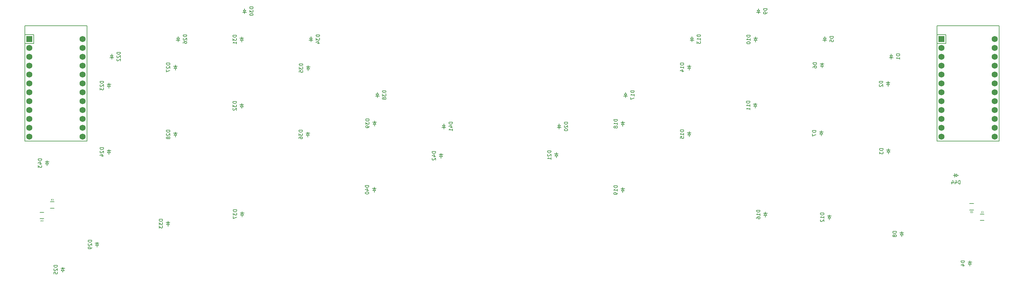
<source format=gbr>
%TF.GenerationSoftware,KiCad,Pcbnew,7.0.9*%
%TF.CreationDate,2023-11-27T10:59:26+01:00*%
%TF.ProjectId,SplitErgoLL_v2,53706c69-7445-4726-976f-4c4c5f76322e,rev?*%
%TF.SameCoordinates,Original*%
%TF.FileFunction,Legend,Bot*%
%TF.FilePolarity,Positive*%
%FSLAX46Y46*%
G04 Gerber Fmt 4.6, Leading zero omitted, Abs format (unit mm)*
G04 Created by KiCad (PCBNEW 7.0.9) date 2023-11-27 10:59:26*
%MOMM*%
%LPD*%
G01*
G04 APERTURE LIST*
%ADD10C,0.150000*%
%ADD11C,0.098425*%
%ADD12C,0.200000*%
%ADD13C,0.127000*%
%ADD14R,1.752600X1.752600*%
%ADD15C,1.752600*%
G04 APERTURE END LIST*
D10*
X110654819Y-88885714D02*
X109654819Y-88885714D01*
X109654819Y-88885714D02*
X109654819Y-89123809D01*
X109654819Y-89123809D02*
X109702438Y-89266666D01*
X109702438Y-89266666D02*
X109797676Y-89361904D01*
X109797676Y-89361904D02*
X109892914Y-89409523D01*
X109892914Y-89409523D02*
X110083390Y-89457142D01*
X110083390Y-89457142D02*
X110226247Y-89457142D01*
X110226247Y-89457142D02*
X110416723Y-89409523D01*
X110416723Y-89409523D02*
X110511961Y-89361904D01*
X110511961Y-89361904D02*
X110607200Y-89266666D01*
X110607200Y-89266666D02*
X110654819Y-89123809D01*
X110654819Y-89123809D02*
X110654819Y-88885714D01*
X109750057Y-89838095D02*
X109702438Y-89885714D01*
X109702438Y-89885714D02*
X109654819Y-89980952D01*
X109654819Y-89980952D02*
X109654819Y-90219047D01*
X109654819Y-90219047D02*
X109702438Y-90314285D01*
X109702438Y-90314285D02*
X109750057Y-90361904D01*
X109750057Y-90361904D02*
X109845295Y-90409523D01*
X109845295Y-90409523D02*
X109940533Y-90409523D01*
X109940533Y-90409523D02*
X110083390Y-90361904D01*
X110083390Y-90361904D02*
X110654819Y-89790476D01*
X110654819Y-89790476D02*
X110654819Y-90409523D01*
X109654819Y-90742857D02*
X109654819Y-91409523D01*
X109654819Y-91409523D02*
X110654819Y-90980952D01*
X78454819Y-146785714D02*
X77454819Y-146785714D01*
X77454819Y-146785714D02*
X77454819Y-147023809D01*
X77454819Y-147023809D02*
X77502438Y-147166666D01*
X77502438Y-147166666D02*
X77597676Y-147261904D01*
X77597676Y-147261904D02*
X77692914Y-147309523D01*
X77692914Y-147309523D02*
X77883390Y-147357142D01*
X77883390Y-147357142D02*
X78026247Y-147357142D01*
X78026247Y-147357142D02*
X78216723Y-147309523D01*
X78216723Y-147309523D02*
X78311961Y-147261904D01*
X78311961Y-147261904D02*
X78407200Y-147166666D01*
X78407200Y-147166666D02*
X78454819Y-147023809D01*
X78454819Y-147023809D02*
X78454819Y-146785714D01*
X77550057Y-147738095D02*
X77502438Y-147785714D01*
X77502438Y-147785714D02*
X77454819Y-147880952D01*
X77454819Y-147880952D02*
X77454819Y-148119047D01*
X77454819Y-148119047D02*
X77502438Y-148214285D01*
X77502438Y-148214285D02*
X77550057Y-148261904D01*
X77550057Y-148261904D02*
X77645295Y-148309523D01*
X77645295Y-148309523D02*
X77740533Y-148309523D01*
X77740533Y-148309523D02*
X77883390Y-148261904D01*
X77883390Y-148261904D02*
X78454819Y-147690476D01*
X78454819Y-147690476D02*
X78454819Y-148309523D01*
X77454819Y-149214285D02*
X77454819Y-148738095D01*
X77454819Y-148738095D02*
X77931009Y-148690476D01*
X77931009Y-148690476D02*
X77883390Y-148738095D01*
X77883390Y-148738095D02*
X77835771Y-148833333D01*
X77835771Y-148833333D02*
X77835771Y-149071428D01*
X77835771Y-149071428D02*
X77883390Y-149166666D01*
X77883390Y-149166666D02*
X77931009Y-149214285D01*
X77931009Y-149214285D02*
X78026247Y-149261904D01*
X78026247Y-149261904D02*
X78264342Y-149261904D01*
X78264342Y-149261904D02*
X78359580Y-149214285D01*
X78359580Y-149214285D02*
X78407200Y-149166666D01*
X78407200Y-149166666D02*
X78454819Y-149071428D01*
X78454819Y-149071428D02*
X78454819Y-148833333D01*
X78454819Y-148833333D02*
X78407200Y-148738095D01*
X78407200Y-148738095D02*
X78359580Y-148690476D01*
X238654819Y-104985714D02*
X237654819Y-104985714D01*
X237654819Y-104985714D02*
X237654819Y-105223809D01*
X237654819Y-105223809D02*
X237702438Y-105366666D01*
X237702438Y-105366666D02*
X237797676Y-105461904D01*
X237797676Y-105461904D02*
X237892914Y-105509523D01*
X237892914Y-105509523D02*
X238083390Y-105557142D01*
X238083390Y-105557142D02*
X238226247Y-105557142D01*
X238226247Y-105557142D02*
X238416723Y-105509523D01*
X238416723Y-105509523D02*
X238511961Y-105461904D01*
X238511961Y-105461904D02*
X238607200Y-105366666D01*
X238607200Y-105366666D02*
X238654819Y-105223809D01*
X238654819Y-105223809D02*
X238654819Y-104985714D01*
X238654819Y-106509523D02*
X238654819Y-105938095D01*
X238654819Y-106223809D02*
X237654819Y-106223809D01*
X237654819Y-106223809D02*
X237797676Y-106128571D01*
X237797676Y-106128571D02*
X237892914Y-106033333D01*
X237892914Y-106033333D02*
X237940533Y-105938095D01*
X238083390Y-107080952D02*
X238035771Y-106985714D01*
X238035771Y-106985714D02*
X237988152Y-106938095D01*
X237988152Y-106938095D02*
X237892914Y-106890476D01*
X237892914Y-106890476D02*
X237845295Y-106890476D01*
X237845295Y-106890476D02*
X237750057Y-106938095D01*
X237750057Y-106938095D02*
X237702438Y-106985714D01*
X237702438Y-106985714D02*
X237654819Y-107080952D01*
X237654819Y-107080952D02*
X237654819Y-107271428D01*
X237654819Y-107271428D02*
X237702438Y-107366666D01*
X237702438Y-107366666D02*
X237750057Y-107414285D01*
X237750057Y-107414285D02*
X237845295Y-107461904D01*
X237845295Y-107461904D02*
X237892914Y-107461904D01*
X237892914Y-107461904D02*
X237988152Y-107414285D01*
X237988152Y-107414285D02*
X238035771Y-107366666D01*
X238035771Y-107366666D02*
X238083390Y-107271428D01*
X238083390Y-107271428D02*
X238083390Y-107080952D01*
X238083390Y-107080952D02*
X238131009Y-106985714D01*
X238131009Y-106985714D02*
X238178628Y-106938095D01*
X238178628Y-106938095D02*
X238273866Y-106890476D01*
X238273866Y-106890476D02*
X238464342Y-106890476D01*
X238464342Y-106890476D02*
X238559580Y-106938095D01*
X238559580Y-106938095D02*
X238607200Y-106985714D01*
X238607200Y-106985714D02*
X238654819Y-107080952D01*
X238654819Y-107080952D02*
X238654819Y-107271428D01*
X238654819Y-107271428D02*
X238607200Y-107366666D01*
X238607200Y-107366666D02*
X238559580Y-107414285D01*
X238559580Y-107414285D02*
X238464342Y-107461904D01*
X238464342Y-107461904D02*
X238273866Y-107461904D01*
X238273866Y-107461904D02*
X238178628Y-107414285D01*
X238178628Y-107414285D02*
X238131009Y-107366666D01*
X238131009Y-107366666D02*
X238083390Y-107271428D01*
X91654819Y-94085714D02*
X90654819Y-94085714D01*
X90654819Y-94085714D02*
X90654819Y-94323809D01*
X90654819Y-94323809D02*
X90702438Y-94466666D01*
X90702438Y-94466666D02*
X90797676Y-94561904D01*
X90797676Y-94561904D02*
X90892914Y-94609523D01*
X90892914Y-94609523D02*
X91083390Y-94657142D01*
X91083390Y-94657142D02*
X91226247Y-94657142D01*
X91226247Y-94657142D02*
X91416723Y-94609523D01*
X91416723Y-94609523D02*
X91511961Y-94561904D01*
X91511961Y-94561904D02*
X91607200Y-94466666D01*
X91607200Y-94466666D02*
X91654819Y-94323809D01*
X91654819Y-94323809D02*
X91654819Y-94085714D01*
X90750057Y-95038095D02*
X90702438Y-95085714D01*
X90702438Y-95085714D02*
X90654819Y-95180952D01*
X90654819Y-95180952D02*
X90654819Y-95419047D01*
X90654819Y-95419047D02*
X90702438Y-95514285D01*
X90702438Y-95514285D02*
X90750057Y-95561904D01*
X90750057Y-95561904D02*
X90845295Y-95609523D01*
X90845295Y-95609523D02*
X90940533Y-95609523D01*
X90940533Y-95609523D02*
X91083390Y-95561904D01*
X91083390Y-95561904D02*
X91654819Y-94990476D01*
X91654819Y-94990476D02*
X91654819Y-95609523D01*
X90654819Y-95942857D02*
X90654819Y-96561904D01*
X90654819Y-96561904D02*
X91035771Y-96228571D01*
X91035771Y-96228571D02*
X91035771Y-96371428D01*
X91035771Y-96371428D02*
X91083390Y-96466666D01*
X91083390Y-96466666D02*
X91131009Y-96514285D01*
X91131009Y-96514285D02*
X91226247Y-96561904D01*
X91226247Y-96561904D02*
X91464342Y-96561904D01*
X91464342Y-96561904D02*
X91559580Y-96514285D01*
X91559580Y-96514285D02*
X91607200Y-96466666D01*
X91607200Y-96466666D02*
X91654819Y-96371428D01*
X91654819Y-96371428D02*
X91654819Y-96085714D01*
X91654819Y-96085714D02*
X91607200Y-95990476D01*
X91607200Y-95990476D02*
X91559580Y-95942857D01*
X314654819Y-113361905D02*
X313654819Y-113361905D01*
X313654819Y-113361905D02*
X313654819Y-113600000D01*
X313654819Y-113600000D02*
X313702438Y-113742857D01*
X313702438Y-113742857D02*
X313797676Y-113838095D01*
X313797676Y-113838095D02*
X313892914Y-113885714D01*
X313892914Y-113885714D02*
X314083390Y-113933333D01*
X314083390Y-113933333D02*
X314226247Y-113933333D01*
X314226247Y-113933333D02*
X314416723Y-113885714D01*
X314416723Y-113885714D02*
X314511961Y-113838095D01*
X314511961Y-113838095D02*
X314607200Y-113742857D01*
X314607200Y-113742857D02*
X314654819Y-113600000D01*
X314654819Y-113600000D02*
X314654819Y-113361905D01*
X313654819Y-114266667D02*
X313654819Y-114885714D01*
X313654819Y-114885714D02*
X314035771Y-114552381D01*
X314035771Y-114552381D02*
X314035771Y-114695238D01*
X314035771Y-114695238D02*
X314083390Y-114790476D01*
X314083390Y-114790476D02*
X314131009Y-114838095D01*
X314131009Y-114838095D02*
X314226247Y-114885714D01*
X314226247Y-114885714D02*
X314464342Y-114885714D01*
X314464342Y-114885714D02*
X314559580Y-114838095D01*
X314559580Y-114838095D02*
X314607200Y-114790476D01*
X314607200Y-114790476D02*
X314654819Y-114695238D01*
X314654819Y-114695238D02*
X314654819Y-114409524D01*
X314654819Y-114409524D02*
X314607200Y-114314286D01*
X314607200Y-114314286D02*
X314559580Y-114266667D01*
X91654819Y-113085714D02*
X90654819Y-113085714D01*
X90654819Y-113085714D02*
X90654819Y-113323809D01*
X90654819Y-113323809D02*
X90702438Y-113466666D01*
X90702438Y-113466666D02*
X90797676Y-113561904D01*
X90797676Y-113561904D02*
X90892914Y-113609523D01*
X90892914Y-113609523D02*
X91083390Y-113657142D01*
X91083390Y-113657142D02*
X91226247Y-113657142D01*
X91226247Y-113657142D02*
X91416723Y-113609523D01*
X91416723Y-113609523D02*
X91511961Y-113561904D01*
X91511961Y-113561904D02*
X91607200Y-113466666D01*
X91607200Y-113466666D02*
X91654819Y-113323809D01*
X91654819Y-113323809D02*
X91654819Y-113085714D01*
X90750057Y-114038095D02*
X90702438Y-114085714D01*
X90702438Y-114085714D02*
X90654819Y-114180952D01*
X90654819Y-114180952D02*
X90654819Y-114419047D01*
X90654819Y-114419047D02*
X90702438Y-114514285D01*
X90702438Y-114514285D02*
X90750057Y-114561904D01*
X90750057Y-114561904D02*
X90845295Y-114609523D01*
X90845295Y-114609523D02*
X90940533Y-114609523D01*
X90940533Y-114609523D02*
X91083390Y-114561904D01*
X91083390Y-114561904D02*
X91654819Y-113990476D01*
X91654819Y-113990476D02*
X91654819Y-114609523D01*
X90988152Y-115466666D02*
X91654819Y-115466666D01*
X90607200Y-115228571D02*
X91321485Y-114990476D01*
X91321485Y-114990476D02*
X91321485Y-115609523D01*
D11*
X340065616Y-131649519D02*
X340084364Y-131668267D01*
X340084364Y-131668267D02*
X340140607Y-131687014D01*
X340140607Y-131687014D02*
X340178102Y-131687014D01*
X340178102Y-131687014D02*
X340234345Y-131668267D01*
X340234345Y-131668267D02*
X340271841Y-131630771D01*
X340271841Y-131630771D02*
X340290588Y-131593276D01*
X340290588Y-131593276D02*
X340309336Y-131518285D01*
X340309336Y-131518285D02*
X340309336Y-131462042D01*
X340309336Y-131462042D02*
X340290588Y-131387052D01*
X340290588Y-131387052D02*
X340271841Y-131349556D01*
X340271841Y-131349556D02*
X340234345Y-131312061D01*
X340234345Y-131312061D02*
X340178102Y-131293313D01*
X340178102Y-131293313D02*
X340140607Y-131293313D01*
X340140607Y-131293313D02*
X340084364Y-131312061D01*
X340084364Y-131312061D02*
X340065616Y-131330809D01*
X339915635Y-131330809D02*
X339896887Y-131312061D01*
X339896887Y-131312061D02*
X339859392Y-131293313D01*
X339859392Y-131293313D02*
X339765654Y-131293313D01*
X339765654Y-131293313D02*
X339728158Y-131312061D01*
X339728158Y-131312061D02*
X339709411Y-131330809D01*
X339709411Y-131330809D02*
X339690663Y-131368304D01*
X339690663Y-131368304D02*
X339690663Y-131405799D01*
X339690663Y-131405799D02*
X339709411Y-131462042D01*
X339709411Y-131462042D02*
X339934383Y-131687014D01*
X339934383Y-131687014D02*
X339690663Y-131687014D01*
D10*
X262454819Y-80785714D02*
X261454819Y-80785714D01*
X261454819Y-80785714D02*
X261454819Y-81023809D01*
X261454819Y-81023809D02*
X261502438Y-81166666D01*
X261502438Y-81166666D02*
X261597676Y-81261904D01*
X261597676Y-81261904D02*
X261692914Y-81309523D01*
X261692914Y-81309523D02*
X261883390Y-81357142D01*
X261883390Y-81357142D02*
X262026247Y-81357142D01*
X262026247Y-81357142D02*
X262216723Y-81309523D01*
X262216723Y-81309523D02*
X262311961Y-81261904D01*
X262311961Y-81261904D02*
X262407200Y-81166666D01*
X262407200Y-81166666D02*
X262454819Y-81023809D01*
X262454819Y-81023809D02*
X262454819Y-80785714D01*
X262454819Y-82309523D02*
X262454819Y-81738095D01*
X262454819Y-82023809D02*
X261454819Y-82023809D01*
X261454819Y-82023809D02*
X261597676Y-81928571D01*
X261597676Y-81928571D02*
X261692914Y-81833333D01*
X261692914Y-81833333D02*
X261740533Y-81738095D01*
X261454819Y-82642857D02*
X261454819Y-83261904D01*
X261454819Y-83261904D02*
X261835771Y-82928571D01*
X261835771Y-82928571D02*
X261835771Y-83071428D01*
X261835771Y-83071428D02*
X261883390Y-83166666D01*
X261883390Y-83166666D02*
X261931009Y-83214285D01*
X261931009Y-83214285D02*
X262026247Y-83261904D01*
X262026247Y-83261904D02*
X262264342Y-83261904D01*
X262264342Y-83261904D02*
X262359580Y-83214285D01*
X262359580Y-83214285D02*
X262407200Y-83166666D01*
X262407200Y-83166666D02*
X262454819Y-83071428D01*
X262454819Y-83071428D02*
X262454819Y-82785714D01*
X262454819Y-82785714D02*
X262407200Y-82690476D01*
X262407200Y-82690476D02*
X262359580Y-82642857D01*
X297754819Y-131785714D02*
X296754819Y-131785714D01*
X296754819Y-131785714D02*
X296754819Y-132023809D01*
X296754819Y-132023809D02*
X296802438Y-132166666D01*
X296802438Y-132166666D02*
X296897676Y-132261904D01*
X296897676Y-132261904D02*
X296992914Y-132309523D01*
X296992914Y-132309523D02*
X297183390Y-132357142D01*
X297183390Y-132357142D02*
X297326247Y-132357142D01*
X297326247Y-132357142D02*
X297516723Y-132309523D01*
X297516723Y-132309523D02*
X297611961Y-132261904D01*
X297611961Y-132261904D02*
X297707200Y-132166666D01*
X297707200Y-132166666D02*
X297754819Y-132023809D01*
X297754819Y-132023809D02*
X297754819Y-131785714D01*
X297754819Y-133309523D02*
X297754819Y-132738095D01*
X297754819Y-133023809D02*
X296754819Y-133023809D01*
X296754819Y-133023809D02*
X296897676Y-132928571D01*
X296897676Y-132928571D02*
X296992914Y-132833333D01*
X296992914Y-132833333D02*
X297040533Y-132738095D01*
X296850057Y-133690476D02*
X296802438Y-133738095D01*
X296802438Y-133738095D02*
X296754819Y-133833333D01*
X296754819Y-133833333D02*
X296754819Y-134071428D01*
X296754819Y-134071428D02*
X296802438Y-134166666D01*
X296802438Y-134166666D02*
X296850057Y-134214285D01*
X296850057Y-134214285D02*
X296945295Y-134261904D01*
X296945295Y-134261904D02*
X297040533Y-134261904D01*
X297040533Y-134261904D02*
X297183390Y-134214285D01*
X297183390Y-134214285D02*
X297754819Y-133642857D01*
X297754819Y-133642857D02*
X297754819Y-134261904D01*
X108554819Y-133585714D02*
X107554819Y-133585714D01*
X107554819Y-133585714D02*
X107554819Y-133823809D01*
X107554819Y-133823809D02*
X107602438Y-133966666D01*
X107602438Y-133966666D02*
X107697676Y-134061904D01*
X107697676Y-134061904D02*
X107792914Y-134109523D01*
X107792914Y-134109523D02*
X107983390Y-134157142D01*
X107983390Y-134157142D02*
X108126247Y-134157142D01*
X108126247Y-134157142D02*
X108316723Y-134109523D01*
X108316723Y-134109523D02*
X108411961Y-134061904D01*
X108411961Y-134061904D02*
X108507200Y-133966666D01*
X108507200Y-133966666D02*
X108554819Y-133823809D01*
X108554819Y-133823809D02*
X108554819Y-133585714D01*
X107554819Y-134490476D02*
X107554819Y-135109523D01*
X107554819Y-135109523D02*
X107935771Y-134776190D01*
X107935771Y-134776190D02*
X107935771Y-134919047D01*
X107935771Y-134919047D02*
X107983390Y-135014285D01*
X107983390Y-135014285D02*
X108031009Y-135061904D01*
X108031009Y-135061904D02*
X108126247Y-135109523D01*
X108126247Y-135109523D02*
X108364342Y-135109523D01*
X108364342Y-135109523D02*
X108459580Y-135061904D01*
X108459580Y-135061904D02*
X108507200Y-135014285D01*
X108507200Y-135014285D02*
X108554819Y-134919047D01*
X108554819Y-134919047D02*
X108554819Y-134633333D01*
X108554819Y-134633333D02*
X108507200Y-134538095D01*
X108507200Y-134538095D02*
X108459580Y-134490476D01*
X107554819Y-135442857D02*
X107554819Y-136061904D01*
X107554819Y-136061904D02*
X107935771Y-135728571D01*
X107935771Y-135728571D02*
X107935771Y-135871428D01*
X107935771Y-135871428D02*
X107983390Y-135966666D01*
X107983390Y-135966666D02*
X108031009Y-136014285D01*
X108031009Y-136014285D02*
X108126247Y-136061904D01*
X108126247Y-136061904D02*
X108364342Y-136061904D01*
X108364342Y-136061904D02*
X108459580Y-136014285D01*
X108459580Y-136014285D02*
X108507200Y-135966666D01*
X108507200Y-135966666D02*
X108554819Y-135871428D01*
X108554819Y-135871428D02*
X108554819Y-135585714D01*
X108554819Y-135585714D02*
X108507200Y-135490476D01*
X108507200Y-135490476D02*
X108459580Y-135442857D01*
X337954819Y-145461905D02*
X336954819Y-145461905D01*
X336954819Y-145461905D02*
X336954819Y-145700000D01*
X336954819Y-145700000D02*
X337002438Y-145842857D01*
X337002438Y-145842857D02*
X337097676Y-145938095D01*
X337097676Y-145938095D02*
X337192914Y-145985714D01*
X337192914Y-145985714D02*
X337383390Y-146033333D01*
X337383390Y-146033333D02*
X337526247Y-146033333D01*
X337526247Y-146033333D02*
X337716723Y-145985714D01*
X337716723Y-145985714D02*
X337811961Y-145938095D01*
X337811961Y-145938095D02*
X337907200Y-145842857D01*
X337907200Y-145842857D02*
X337954819Y-145700000D01*
X337954819Y-145700000D02*
X337954819Y-145461905D01*
X337288152Y-146890476D02*
X337954819Y-146890476D01*
X336907200Y-146652381D02*
X337621485Y-146414286D01*
X337621485Y-146414286D02*
X337621485Y-147033333D01*
X115454819Y-80785714D02*
X114454819Y-80785714D01*
X114454819Y-80785714D02*
X114454819Y-81023809D01*
X114454819Y-81023809D02*
X114502438Y-81166666D01*
X114502438Y-81166666D02*
X114597676Y-81261904D01*
X114597676Y-81261904D02*
X114692914Y-81309523D01*
X114692914Y-81309523D02*
X114883390Y-81357142D01*
X114883390Y-81357142D02*
X115026247Y-81357142D01*
X115026247Y-81357142D02*
X115216723Y-81309523D01*
X115216723Y-81309523D02*
X115311961Y-81261904D01*
X115311961Y-81261904D02*
X115407200Y-81166666D01*
X115407200Y-81166666D02*
X115454819Y-81023809D01*
X115454819Y-81023809D02*
X115454819Y-80785714D01*
X114550057Y-81738095D02*
X114502438Y-81785714D01*
X114502438Y-81785714D02*
X114454819Y-81880952D01*
X114454819Y-81880952D02*
X114454819Y-82119047D01*
X114454819Y-82119047D02*
X114502438Y-82214285D01*
X114502438Y-82214285D02*
X114550057Y-82261904D01*
X114550057Y-82261904D02*
X114645295Y-82309523D01*
X114645295Y-82309523D02*
X114740533Y-82309523D01*
X114740533Y-82309523D02*
X114883390Y-82261904D01*
X114883390Y-82261904D02*
X115454819Y-81690476D01*
X115454819Y-81690476D02*
X115454819Y-82309523D01*
X114454819Y-83166666D02*
X114454819Y-82976190D01*
X114454819Y-82976190D02*
X114502438Y-82880952D01*
X114502438Y-82880952D02*
X114550057Y-82833333D01*
X114550057Y-82833333D02*
X114692914Y-82738095D01*
X114692914Y-82738095D02*
X114883390Y-82690476D01*
X114883390Y-82690476D02*
X115264342Y-82690476D01*
X115264342Y-82690476D02*
X115359580Y-82738095D01*
X115359580Y-82738095D02*
X115407200Y-82785714D01*
X115407200Y-82785714D02*
X115454819Y-82880952D01*
X115454819Y-82880952D02*
X115454819Y-83071428D01*
X115454819Y-83071428D02*
X115407200Y-83166666D01*
X115407200Y-83166666D02*
X115359580Y-83214285D01*
X115359580Y-83214285D02*
X115264342Y-83261904D01*
X115264342Y-83261904D02*
X115026247Y-83261904D01*
X115026247Y-83261904D02*
X114931009Y-83214285D01*
X114931009Y-83214285D02*
X114883390Y-83166666D01*
X114883390Y-83166666D02*
X114835771Y-83071428D01*
X114835771Y-83071428D02*
X114835771Y-82880952D01*
X114835771Y-82880952D02*
X114883390Y-82785714D01*
X114883390Y-82785714D02*
X114931009Y-82738095D01*
X114931009Y-82738095D02*
X115026247Y-82690476D01*
X129754819Y-130885714D02*
X128754819Y-130885714D01*
X128754819Y-130885714D02*
X128754819Y-131123809D01*
X128754819Y-131123809D02*
X128802438Y-131266666D01*
X128802438Y-131266666D02*
X128897676Y-131361904D01*
X128897676Y-131361904D02*
X128992914Y-131409523D01*
X128992914Y-131409523D02*
X129183390Y-131457142D01*
X129183390Y-131457142D02*
X129326247Y-131457142D01*
X129326247Y-131457142D02*
X129516723Y-131409523D01*
X129516723Y-131409523D02*
X129611961Y-131361904D01*
X129611961Y-131361904D02*
X129707200Y-131266666D01*
X129707200Y-131266666D02*
X129754819Y-131123809D01*
X129754819Y-131123809D02*
X129754819Y-130885714D01*
X128754819Y-131790476D02*
X128754819Y-132409523D01*
X128754819Y-132409523D02*
X129135771Y-132076190D01*
X129135771Y-132076190D02*
X129135771Y-132219047D01*
X129135771Y-132219047D02*
X129183390Y-132314285D01*
X129183390Y-132314285D02*
X129231009Y-132361904D01*
X129231009Y-132361904D02*
X129326247Y-132409523D01*
X129326247Y-132409523D02*
X129564342Y-132409523D01*
X129564342Y-132409523D02*
X129659580Y-132361904D01*
X129659580Y-132361904D02*
X129707200Y-132314285D01*
X129707200Y-132314285D02*
X129754819Y-132219047D01*
X129754819Y-132219047D02*
X129754819Y-131933333D01*
X129754819Y-131933333D02*
X129707200Y-131838095D01*
X129707200Y-131838095D02*
X129659580Y-131790476D01*
X128754819Y-132742857D02*
X128754819Y-133409523D01*
X128754819Y-133409523D02*
X129754819Y-132980952D01*
X276654819Y-80885714D02*
X275654819Y-80885714D01*
X275654819Y-80885714D02*
X275654819Y-81123809D01*
X275654819Y-81123809D02*
X275702438Y-81266666D01*
X275702438Y-81266666D02*
X275797676Y-81361904D01*
X275797676Y-81361904D02*
X275892914Y-81409523D01*
X275892914Y-81409523D02*
X276083390Y-81457142D01*
X276083390Y-81457142D02*
X276226247Y-81457142D01*
X276226247Y-81457142D02*
X276416723Y-81409523D01*
X276416723Y-81409523D02*
X276511961Y-81361904D01*
X276511961Y-81361904D02*
X276607200Y-81266666D01*
X276607200Y-81266666D02*
X276654819Y-81123809D01*
X276654819Y-81123809D02*
X276654819Y-80885714D01*
X276654819Y-82409523D02*
X276654819Y-81838095D01*
X276654819Y-82123809D02*
X275654819Y-82123809D01*
X275654819Y-82123809D02*
X275797676Y-82028571D01*
X275797676Y-82028571D02*
X275892914Y-81933333D01*
X275892914Y-81933333D02*
X275940533Y-81838095D01*
X275654819Y-83028571D02*
X275654819Y-83123809D01*
X275654819Y-83123809D02*
X275702438Y-83219047D01*
X275702438Y-83219047D02*
X275750057Y-83266666D01*
X275750057Y-83266666D02*
X275845295Y-83314285D01*
X275845295Y-83314285D02*
X276035771Y-83361904D01*
X276035771Y-83361904D02*
X276273866Y-83361904D01*
X276273866Y-83361904D02*
X276464342Y-83314285D01*
X276464342Y-83314285D02*
X276559580Y-83266666D01*
X276559580Y-83266666D02*
X276607200Y-83219047D01*
X276607200Y-83219047D02*
X276654819Y-83123809D01*
X276654819Y-83123809D02*
X276654819Y-83028571D01*
X276654819Y-83028571D02*
X276607200Y-82933333D01*
X276607200Y-82933333D02*
X276559580Y-82885714D01*
X276559580Y-82885714D02*
X276464342Y-82838095D01*
X276464342Y-82838095D02*
X276273866Y-82790476D01*
X276273866Y-82790476D02*
X276035771Y-82790476D01*
X276035771Y-82790476D02*
X275845295Y-82838095D01*
X275845295Y-82838095D02*
X275750057Y-82885714D01*
X275750057Y-82885714D02*
X275702438Y-82933333D01*
X275702438Y-82933333D02*
X275654819Y-83028571D01*
X88254819Y-139585714D02*
X87254819Y-139585714D01*
X87254819Y-139585714D02*
X87254819Y-139823809D01*
X87254819Y-139823809D02*
X87302438Y-139966666D01*
X87302438Y-139966666D02*
X87397676Y-140061904D01*
X87397676Y-140061904D02*
X87492914Y-140109523D01*
X87492914Y-140109523D02*
X87683390Y-140157142D01*
X87683390Y-140157142D02*
X87826247Y-140157142D01*
X87826247Y-140157142D02*
X88016723Y-140109523D01*
X88016723Y-140109523D02*
X88111961Y-140061904D01*
X88111961Y-140061904D02*
X88207200Y-139966666D01*
X88207200Y-139966666D02*
X88254819Y-139823809D01*
X88254819Y-139823809D02*
X88254819Y-139585714D01*
X87350057Y-140538095D02*
X87302438Y-140585714D01*
X87302438Y-140585714D02*
X87254819Y-140680952D01*
X87254819Y-140680952D02*
X87254819Y-140919047D01*
X87254819Y-140919047D02*
X87302438Y-141014285D01*
X87302438Y-141014285D02*
X87350057Y-141061904D01*
X87350057Y-141061904D02*
X87445295Y-141109523D01*
X87445295Y-141109523D02*
X87540533Y-141109523D01*
X87540533Y-141109523D02*
X87683390Y-141061904D01*
X87683390Y-141061904D02*
X88254819Y-140490476D01*
X88254819Y-140490476D02*
X88254819Y-141109523D01*
X88254819Y-141585714D02*
X88254819Y-141776190D01*
X88254819Y-141776190D02*
X88207200Y-141871428D01*
X88207200Y-141871428D02*
X88159580Y-141919047D01*
X88159580Y-141919047D02*
X88016723Y-142014285D01*
X88016723Y-142014285D02*
X87826247Y-142061904D01*
X87826247Y-142061904D02*
X87445295Y-142061904D01*
X87445295Y-142061904D02*
X87350057Y-142014285D01*
X87350057Y-142014285D02*
X87302438Y-141966666D01*
X87302438Y-141966666D02*
X87254819Y-141871428D01*
X87254819Y-141871428D02*
X87254819Y-141680952D01*
X87254819Y-141680952D02*
X87302438Y-141585714D01*
X87302438Y-141585714D02*
X87350057Y-141538095D01*
X87350057Y-141538095D02*
X87445295Y-141490476D01*
X87445295Y-141490476D02*
X87683390Y-141490476D01*
X87683390Y-141490476D02*
X87778628Y-141538095D01*
X87778628Y-141538095D02*
X87826247Y-141585714D01*
X87826247Y-141585714D02*
X87873866Y-141680952D01*
X87873866Y-141680952D02*
X87873866Y-141871428D01*
X87873866Y-141871428D02*
X87826247Y-141966666D01*
X87826247Y-141966666D02*
X87778628Y-142014285D01*
X87778628Y-142014285D02*
X87683390Y-142061904D01*
X257654819Y-107985714D02*
X256654819Y-107985714D01*
X256654819Y-107985714D02*
X256654819Y-108223809D01*
X256654819Y-108223809D02*
X256702438Y-108366666D01*
X256702438Y-108366666D02*
X256797676Y-108461904D01*
X256797676Y-108461904D02*
X256892914Y-108509523D01*
X256892914Y-108509523D02*
X257083390Y-108557142D01*
X257083390Y-108557142D02*
X257226247Y-108557142D01*
X257226247Y-108557142D02*
X257416723Y-108509523D01*
X257416723Y-108509523D02*
X257511961Y-108461904D01*
X257511961Y-108461904D02*
X257607200Y-108366666D01*
X257607200Y-108366666D02*
X257654819Y-108223809D01*
X257654819Y-108223809D02*
X257654819Y-107985714D01*
X257654819Y-109509523D02*
X257654819Y-108938095D01*
X257654819Y-109223809D02*
X256654819Y-109223809D01*
X256654819Y-109223809D02*
X256797676Y-109128571D01*
X256797676Y-109128571D02*
X256892914Y-109033333D01*
X256892914Y-109033333D02*
X256940533Y-108938095D01*
X256654819Y-110414285D02*
X256654819Y-109938095D01*
X256654819Y-109938095D02*
X257131009Y-109890476D01*
X257131009Y-109890476D02*
X257083390Y-109938095D01*
X257083390Y-109938095D02*
X257035771Y-110033333D01*
X257035771Y-110033333D02*
X257035771Y-110271428D01*
X257035771Y-110271428D02*
X257083390Y-110366666D01*
X257083390Y-110366666D02*
X257131009Y-110414285D01*
X257131009Y-110414285D02*
X257226247Y-110461904D01*
X257226247Y-110461904D02*
X257464342Y-110461904D01*
X257464342Y-110461904D02*
X257559580Y-110414285D01*
X257559580Y-110414285D02*
X257607200Y-110366666D01*
X257607200Y-110366666D02*
X257654819Y-110271428D01*
X257654819Y-110271428D02*
X257654819Y-110033333D01*
X257654819Y-110033333D02*
X257607200Y-109938095D01*
X257607200Y-109938095D02*
X257559580Y-109890476D01*
X186654819Y-114185714D02*
X185654819Y-114185714D01*
X185654819Y-114185714D02*
X185654819Y-114423809D01*
X185654819Y-114423809D02*
X185702438Y-114566666D01*
X185702438Y-114566666D02*
X185797676Y-114661904D01*
X185797676Y-114661904D02*
X185892914Y-114709523D01*
X185892914Y-114709523D02*
X186083390Y-114757142D01*
X186083390Y-114757142D02*
X186226247Y-114757142D01*
X186226247Y-114757142D02*
X186416723Y-114709523D01*
X186416723Y-114709523D02*
X186511961Y-114661904D01*
X186511961Y-114661904D02*
X186607200Y-114566666D01*
X186607200Y-114566666D02*
X186654819Y-114423809D01*
X186654819Y-114423809D02*
X186654819Y-114185714D01*
X185988152Y-115614285D02*
X186654819Y-115614285D01*
X185607200Y-115376190D02*
X186321485Y-115138095D01*
X186321485Y-115138095D02*
X186321485Y-115757142D01*
X185750057Y-116090476D02*
X185702438Y-116138095D01*
X185702438Y-116138095D02*
X185654819Y-116233333D01*
X185654819Y-116233333D02*
X185654819Y-116471428D01*
X185654819Y-116471428D02*
X185702438Y-116566666D01*
X185702438Y-116566666D02*
X185750057Y-116614285D01*
X185750057Y-116614285D02*
X185845295Y-116661904D01*
X185845295Y-116661904D02*
X185940533Y-116661904D01*
X185940533Y-116661904D02*
X186083390Y-116614285D01*
X186083390Y-116614285D02*
X186654819Y-116042857D01*
X186654819Y-116042857D02*
X186654819Y-116661904D01*
X295454819Y-108161905D02*
X294454819Y-108161905D01*
X294454819Y-108161905D02*
X294454819Y-108400000D01*
X294454819Y-108400000D02*
X294502438Y-108542857D01*
X294502438Y-108542857D02*
X294597676Y-108638095D01*
X294597676Y-108638095D02*
X294692914Y-108685714D01*
X294692914Y-108685714D02*
X294883390Y-108733333D01*
X294883390Y-108733333D02*
X295026247Y-108733333D01*
X295026247Y-108733333D02*
X295216723Y-108685714D01*
X295216723Y-108685714D02*
X295311961Y-108638095D01*
X295311961Y-108638095D02*
X295407200Y-108542857D01*
X295407200Y-108542857D02*
X295454819Y-108400000D01*
X295454819Y-108400000D02*
X295454819Y-108161905D01*
X294454819Y-109066667D02*
X294454819Y-109733333D01*
X294454819Y-109733333D02*
X295454819Y-109304762D01*
X319454819Y-86261905D02*
X318454819Y-86261905D01*
X318454819Y-86261905D02*
X318454819Y-86500000D01*
X318454819Y-86500000D02*
X318502438Y-86642857D01*
X318502438Y-86642857D02*
X318597676Y-86738095D01*
X318597676Y-86738095D02*
X318692914Y-86785714D01*
X318692914Y-86785714D02*
X318883390Y-86833333D01*
X318883390Y-86833333D02*
X319026247Y-86833333D01*
X319026247Y-86833333D02*
X319216723Y-86785714D01*
X319216723Y-86785714D02*
X319311961Y-86738095D01*
X319311961Y-86738095D02*
X319407200Y-86642857D01*
X319407200Y-86642857D02*
X319454819Y-86500000D01*
X319454819Y-86500000D02*
X319454819Y-86261905D01*
X319454819Y-87785714D02*
X319454819Y-87214286D01*
X319454819Y-87500000D02*
X318454819Y-87500000D01*
X318454819Y-87500000D02*
X318597676Y-87404762D01*
X318597676Y-87404762D02*
X318692914Y-87309524D01*
X318692914Y-87309524D02*
X318740533Y-87214286D01*
X314554819Y-94061905D02*
X313554819Y-94061905D01*
X313554819Y-94061905D02*
X313554819Y-94300000D01*
X313554819Y-94300000D02*
X313602438Y-94442857D01*
X313602438Y-94442857D02*
X313697676Y-94538095D01*
X313697676Y-94538095D02*
X313792914Y-94585714D01*
X313792914Y-94585714D02*
X313983390Y-94633333D01*
X313983390Y-94633333D02*
X314126247Y-94633333D01*
X314126247Y-94633333D02*
X314316723Y-94585714D01*
X314316723Y-94585714D02*
X314411961Y-94538095D01*
X314411961Y-94538095D02*
X314507200Y-94442857D01*
X314507200Y-94442857D02*
X314554819Y-94300000D01*
X314554819Y-94300000D02*
X314554819Y-94061905D01*
X313650057Y-95014286D02*
X313602438Y-95061905D01*
X313602438Y-95061905D02*
X313554819Y-95157143D01*
X313554819Y-95157143D02*
X313554819Y-95395238D01*
X313554819Y-95395238D02*
X313602438Y-95490476D01*
X313602438Y-95490476D02*
X313650057Y-95538095D01*
X313650057Y-95538095D02*
X313745295Y-95585714D01*
X313745295Y-95585714D02*
X313840533Y-95585714D01*
X313840533Y-95585714D02*
X313983390Y-95538095D01*
X313983390Y-95538095D02*
X314554819Y-94966667D01*
X314554819Y-94966667D02*
X314554819Y-95585714D01*
X224454819Y-105785714D02*
X223454819Y-105785714D01*
X223454819Y-105785714D02*
X223454819Y-106023809D01*
X223454819Y-106023809D02*
X223502438Y-106166666D01*
X223502438Y-106166666D02*
X223597676Y-106261904D01*
X223597676Y-106261904D02*
X223692914Y-106309523D01*
X223692914Y-106309523D02*
X223883390Y-106357142D01*
X223883390Y-106357142D02*
X224026247Y-106357142D01*
X224026247Y-106357142D02*
X224216723Y-106309523D01*
X224216723Y-106309523D02*
X224311961Y-106261904D01*
X224311961Y-106261904D02*
X224407200Y-106166666D01*
X224407200Y-106166666D02*
X224454819Y-106023809D01*
X224454819Y-106023809D02*
X224454819Y-105785714D01*
X223550057Y-106738095D02*
X223502438Y-106785714D01*
X223502438Y-106785714D02*
X223454819Y-106880952D01*
X223454819Y-106880952D02*
X223454819Y-107119047D01*
X223454819Y-107119047D02*
X223502438Y-107214285D01*
X223502438Y-107214285D02*
X223550057Y-107261904D01*
X223550057Y-107261904D02*
X223645295Y-107309523D01*
X223645295Y-107309523D02*
X223740533Y-107309523D01*
X223740533Y-107309523D02*
X223883390Y-107261904D01*
X223883390Y-107261904D02*
X224454819Y-106690476D01*
X224454819Y-106690476D02*
X224454819Y-107309523D01*
X223454819Y-107928571D02*
X223454819Y-108023809D01*
X223454819Y-108023809D02*
X223502438Y-108119047D01*
X223502438Y-108119047D02*
X223550057Y-108166666D01*
X223550057Y-108166666D02*
X223645295Y-108214285D01*
X223645295Y-108214285D02*
X223835771Y-108261904D01*
X223835771Y-108261904D02*
X224073866Y-108261904D01*
X224073866Y-108261904D02*
X224264342Y-108214285D01*
X224264342Y-108214285D02*
X224359580Y-108166666D01*
X224359580Y-108166666D02*
X224407200Y-108119047D01*
X224407200Y-108119047D02*
X224454819Y-108023809D01*
X224454819Y-108023809D02*
X224454819Y-107928571D01*
X224454819Y-107928571D02*
X224407200Y-107833333D01*
X224407200Y-107833333D02*
X224359580Y-107785714D01*
X224359580Y-107785714D02*
X224264342Y-107738095D01*
X224264342Y-107738095D02*
X224073866Y-107690476D01*
X224073866Y-107690476D02*
X223835771Y-107690476D01*
X223835771Y-107690476D02*
X223645295Y-107738095D01*
X223645295Y-107738095D02*
X223550057Y-107785714D01*
X223550057Y-107785714D02*
X223502438Y-107833333D01*
X223502438Y-107833333D02*
X223454819Y-107928571D01*
X73954819Y-116285714D02*
X72954819Y-116285714D01*
X72954819Y-116285714D02*
X72954819Y-116523809D01*
X72954819Y-116523809D02*
X73002438Y-116666666D01*
X73002438Y-116666666D02*
X73097676Y-116761904D01*
X73097676Y-116761904D02*
X73192914Y-116809523D01*
X73192914Y-116809523D02*
X73383390Y-116857142D01*
X73383390Y-116857142D02*
X73526247Y-116857142D01*
X73526247Y-116857142D02*
X73716723Y-116809523D01*
X73716723Y-116809523D02*
X73811961Y-116761904D01*
X73811961Y-116761904D02*
X73907200Y-116666666D01*
X73907200Y-116666666D02*
X73954819Y-116523809D01*
X73954819Y-116523809D02*
X73954819Y-116285714D01*
X73288152Y-117714285D02*
X73954819Y-117714285D01*
X72907200Y-117476190D02*
X73621485Y-117238095D01*
X73621485Y-117238095D02*
X73621485Y-117857142D01*
X72954819Y-118142857D02*
X72954819Y-118761904D01*
X72954819Y-118761904D02*
X73335771Y-118428571D01*
X73335771Y-118428571D02*
X73335771Y-118571428D01*
X73335771Y-118571428D02*
X73383390Y-118666666D01*
X73383390Y-118666666D02*
X73431009Y-118714285D01*
X73431009Y-118714285D02*
X73526247Y-118761904D01*
X73526247Y-118761904D02*
X73764342Y-118761904D01*
X73764342Y-118761904D02*
X73859580Y-118714285D01*
X73859580Y-118714285D02*
X73907200Y-118666666D01*
X73907200Y-118666666D02*
X73954819Y-118571428D01*
X73954819Y-118571428D02*
X73954819Y-118285714D01*
X73954819Y-118285714D02*
X73907200Y-118190476D01*
X73907200Y-118190476D02*
X73859580Y-118142857D01*
X172454819Y-96785714D02*
X171454819Y-96785714D01*
X171454819Y-96785714D02*
X171454819Y-97023809D01*
X171454819Y-97023809D02*
X171502438Y-97166666D01*
X171502438Y-97166666D02*
X171597676Y-97261904D01*
X171597676Y-97261904D02*
X171692914Y-97309523D01*
X171692914Y-97309523D02*
X171883390Y-97357142D01*
X171883390Y-97357142D02*
X172026247Y-97357142D01*
X172026247Y-97357142D02*
X172216723Y-97309523D01*
X172216723Y-97309523D02*
X172311961Y-97261904D01*
X172311961Y-97261904D02*
X172407200Y-97166666D01*
X172407200Y-97166666D02*
X172454819Y-97023809D01*
X172454819Y-97023809D02*
X172454819Y-96785714D01*
X171454819Y-97690476D02*
X171454819Y-98309523D01*
X171454819Y-98309523D02*
X171835771Y-97976190D01*
X171835771Y-97976190D02*
X171835771Y-98119047D01*
X171835771Y-98119047D02*
X171883390Y-98214285D01*
X171883390Y-98214285D02*
X171931009Y-98261904D01*
X171931009Y-98261904D02*
X172026247Y-98309523D01*
X172026247Y-98309523D02*
X172264342Y-98309523D01*
X172264342Y-98309523D02*
X172359580Y-98261904D01*
X172359580Y-98261904D02*
X172407200Y-98214285D01*
X172407200Y-98214285D02*
X172454819Y-98119047D01*
X172454819Y-98119047D02*
X172454819Y-97833333D01*
X172454819Y-97833333D02*
X172407200Y-97738095D01*
X172407200Y-97738095D02*
X172359580Y-97690476D01*
X171883390Y-98880952D02*
X171835771Y-98785714D01*
X171835771Y-98785714D02*
X171788152Y-98738095D01*
X171788152Y-98738095D02*
X171692914Y-98690476D01*
X171692914Y-98690476D02*
X171645295Y-98690476D01*
X171645295Y-98690476D02*
X171550057Y-98738095D01*
X171550057Y-98738095D02*
X171502438Y-98785714D01*
X171502438Y-98785714D02*
X171454819Y-98880952D01*
X171454819Y-98880952D02*
X171454819Y-99071428D01*
X171454819Y-99071428D02*
X171502438Y-99166666D01*
X171502438Y-99166666D02*
X171550057Y-99214285D01*
X171550057Y-99214285D02*
X171645295Y-99261904D01*
X171645295Y-99261904D02*
X171692914Y-99261904D01*
X171692914Y-99261904D02*
X171788152Y-99214285D01*
X171788152Y-99214285D02*
X171835771Y-99166666D01*
X171835771Y-99166666D02*
X171883390Y-99071428D01*
X171883390Y-99071428D02*
X171883390Y-98880952D01*
X171883390Y-98880952D02*
X171931009Y-98785714D01*
X171931009Y-98785714D02*
X171978628Y-98738095D01*
X171978628Y-98738095D02*
X172073866Y-98690476D01*
X172073866Y-98690476D02*
X172264342Y-98690476D01*
X172264342Y-98690476D02*
X172359580Y-98738095D01*
X172359580Y-98738095D02*
X172407200Y-98785714D01*
X172407200Y-98785714D02*
X172454819Y-98880952D01*
X172454819Y-98880952D02*
X172454819Y-99071428D01*
X172454819Y-99071428D02*
X172407200Y-99166666D01*
X172407200Y-99166666D02*
X172359580Y-99214285D01*
X172359580Y-99214285D02*
X172264342Y-99261904D01*
X172264342Y-99261904D02*
X172073866Y-99261904D01*
X172073866Y-99261904D02*
X171978628Y-99214285D01*
X171978628Y-99214285D02*
X171931009Y-99166666D01*
X171931009Y-99166666D02*
X171883390Y-99071428D01*
D11*
X77065616Y-128129519D02*
X77084364Y-128148267D01*
X77084364Y-128148267D02*
X77140607Y-128167014D01*
X77140607Y-128167014D02*
X77178102Y-128167014D01*
X77178102Y-128167014D02*
X77234345Y-128148267D01*
X77234345Y-128148267D02*
X77271841Y-128110771D01*
X77271841Y-128110771D02*
X77290588Y-128073276D01*
X77290588Y-128073276D02*
X77309336Y-127998285D01*
X77309336Y-127998285D02*
X77309336Y-127942042D01*
X77309336Y-127942042D02*
X77290588Y-127867052D01*
X77290588Y-127867052D02*
X77271841Y-127829556D01*
X77271841Y-127829556D02*
X77234345Y-127792061D01*
X77234345Y-127792061D02*
X77178102Y-127773313D01*
X77178102Y-127773313D02*
X77140607Y-127773313D01*
X77140607Y-127773313D02*
X77084364Y-127792061D01*
X77084364Y-127792061D02*
X77065616Y-127810809D01*
X76934383Y-127773313D02*
X76690663Y-127773313D01*
X76690663Y-127773313D02*
X76821897Y-127923295D01*
X76821897Y-127923295D02*
X76765654Y-127923295D01*
X76765654Y-127923295D02*
X76728158Y-127942042D01*
X76728158Y-127942042D02*
X76709411Y-127960790D01*
X76709411Y-127960790D02*
X76690663Y-127998285D01*
X76690663Y-127998285D02*
X76690663Y-128092024D01*
X76690663Y-128092024D02*
X76709411Y-128129519D01*
X76709411Y-128129519D02*
X76728158Y-128148267D01*
X76728158Y-128148267D02*
X76765654Y-128167014D01*
X76765654Y-128167014D02*
X76878140Y-128167014D01*
X76878140Y-128167014D02*
X76915635Y-128148267D01*
X76915635Y-128148267D02*
X76934383Y-128129519D01*
D10*
X279454819Y-130985714D02*
X278454819Y-130985714D01*
X278454819Y-130985714D02*
X278454819Y-131223809D01*
X278454819Y-131223809D02*
X278502438Y-131366666D01*
X278502438Y-131366666D02*
X278597676Y-131461904D01*
X278597676Y-131461904D02*
X278692914Y-131509523D01*
X278692914Y-131509523D02*
X278883390Y-131557142D01*
X278883390Y-131557142D02*
X279026247Y-131557142D01*
X279026247Y-131557142D02*
X279216723Y-131509523D01*
X279216723Y-131509523D02*
X279311961Y-131461904D01*
X279311961Y-131461904D02*
X279407200Y-131366666D01*
X279407200Y-131366666D02*
X279454819Y-131223809D01*
X279454819Y-131223809D02*
X279454819Y-130985714D01*
X279454819Y-132509523D02*
X279454819Y-131938095D01*
X279454819Y-132223809D02*
X278454819Y-132223809D01*
X278454819Y-132223809D02*
X278597676Y-132128571D01*
X278597676Y-132128571D02*
X278692914Y-132033333D01*
X278692914Y-132033333D02*
X278740533Y-131938095D01*
X278454819Y-133366666D02*
X278454819Y-133176190D01*
X278454819Y-133176190D02*
X278502438Y-133080952D01*
X278502438Y-133080952D02*
X278550057Y-133033333D01*
X278550057Y-133033333D02*
X278692914Y-132938095D01*
X278692914Y-132938095D02*
X278883390Y-132890476D01*
X278883390Y-132890476D02*
X279264342Y-132890476D01*
X279264342Y-132890476D02*
X279359580Y-132938095D01*
X279359580Y-132938095D02*
X279407200Y-132985714D01*
X279407200Y-132985714D02*
X279454819Y-133080952D01*
X279454819Y-133080952D02*
X279454819Y-133271428D01*
X279454819Y-133271428D02*
X279407200Y-133366666D01*
X279407200Y-133366666D02*
X279359580Y-133414285D01*
X279359580Y-133414285D02*
X279264342Y-133461904D01*
X279264342Y-133461904D02*
X279026247Y-133461904D01*
X279026247Y-133461904D02*
X278931009Y-133414285D01*
X278931009Y-133414285D02*
X278883390Y-133366666D01*
X278883390Y-133366666D02*
X278835771Y-133271428D01*
X278835771Y-133271428D02*
X278835771Y-133080952D01*
X278835771Y-133080952D02*
X278883390Y-132985714D01*
X278883390Y-132985714D02*
X278931009Y-132938095D01*
X278931009Y-132938095D02*
X279026247Y-132890476D01*
X336714285Y-123454819D02*
X336714285Y-122454819D01*
X336714285Y-122454819D02*
X336476190Y-122454819D01*
X336476190Y-122454819D02*
X336333333Y-122502438D01*
X336333333Y-122502438D02*
X336238095Y-122597676D01*
X336238095Y-122597676D02*
X336190476Y-122692914D01*
X336190476Y-122692914D02*
X336142857Y-122883390D01*
X336142857Y-122883390D02*
X336142857Y-123026247D01*
X336142857Y-123026247D02*
X336190476Y-123216723D01*
X336190476Y-123216723D02*
X336238095Y-123311961D01*
X336238095Y-123311961D02*
X336333333Y-123407200D01*
X336333333Y-123407200D02*
X336476190Y-123454819D01*
X336476190Y-123454819D02*
X336714285Y-123454819D01*
X335285714Y-122788152D02*
X335285714Y-123454819D01*
X335523809Y-122407200D02*
X335761904Y-123121485D01*
X335761904Y-123121485D02*
X335142857Y-123121485D01*
X334333333Y-122788152D02*
X334333333Y-123454819D01*
X334571428Y-122407200D02*
X334809523Y-123121485D01*
X334809523Y-123121485D02*
X334190476Y-123121485D01*
X257654819Y-88885714D02*
X256654819Y-88885714D01*
X256654819Y-88885714D02*
X256654819Y-89123809D01*
X256654819Y-89123809D02*
X256702438Y-89266666D01*
X256702438Y-89266666D02*
X256797676Y-89361904D01*
X256797676Y-89361904D02*
X256892914Y-89409523D01*
X256892914Y-89409523D02*
X257083390Y-89457142D01*
X257083390Y-89457142D02*
X257226247Y-89457142D01*
X257226247Y-89457142D02*
X257416723Y-89409523D01*
X257416723Y-89409523D02*
X257511961Y-89361904D01*
X257511961Y-89361904D02*
X257607200Y-89266666D01*
X257607200Y-89266666D02*
X257654819Y-89123809D01*
X257654819Y-89123809D02*
X257654819Y-88885714D01*
X257654819Y-90409523D02*
X257654819Y-89838095D01*
X257654819Y-90123809D02*
X256654819Y-90123809D01*
X256654819Y-90123809D02*
X256797676Y-90028571D01*
X256797676Y-90028571D02*
X256892914Y-89933333D01*
X256892914Y-89933333D02*
X256940533Y-89838095D01*
X256988152Y-91266666D02*
X257654819Y-91266666D01*
X256607200Y-91028571D02*
X257321485Y-90790476D01*
X257321485Y-90790476D02*
X257321485Y-91409523D01*
X167554819Y-123885714D02*
X166554819Y-123885714D01*
X166554819Y-123885714D02*
X166554819Y-124123809D01*
X166554819Y-124123809D02*
X166602438Y-124266666D01*
X166602438Y-124266666D02*
X166697676Y-124361904D01*
X166697676Y-124361904D02*
X166792914Y-124409523D01*
X166792914Y-124409523D02*
X166983390Y-124457142D01*
X166983390Y-124457142D02*
X167126247Y-124457142D01*
X167126247Y-124457142D02*
X167316723Y-124409523D01*
X167316723Y-124409523D02*
X167411961Y-124361904D01*
X167411961Y-124361904D02*
X167507200Y-124266666D01*
X167507200Y-124266666D02*
X167554819Y-124123809D01*
X167554819Y-124123809D02*
X167554819Y-123885714D01*
X166888152Y-125314285D02*
X167554819Y-125314285D01*
X166507200Y-125076190D02*
X167221485Y-124838095D01*
X167221485Y-124838095D02*
X167221485Y-125457142D01*
X166554819Y-126028571D02*
X166554819Y-126123809D01*
X166554819Y-126123809D02*
X166602438Y-126219047D01*
X166602438Y-126219047D02*
X166650057Y-126266666D01*
X166650057Y-126266666D02*
X166745295Y-126314285D01*
X166745295Y-126314285D02*
X166935771Y-126361904D01*
X166935771Y-126361904D02*
X167173866Y-126361904D01*
X167173866Y-126361904D02*
X167364342Y-126314285D01*
X167364342Y-126314285D02*
X167459580Y-126266666D01*
X167459580Y-126266666D02*
X167507200Y-126219047D01*
X167507200Y-126219047D02*
X167554819Y-126123809D01*
X167554819Y-126123809D02*
X167554819Y-126028571D01*
X167554819Y-126028571D02*
X167507200Y-125933333D01*
X167507200Y-125933333D02*
X167459580Y-125885714D01*
X167459580Y-125885714D02*
X167364342Y-125838095D01*
X167364342Y-125838095D02*
X167173866Y-125790476D01*
X167173866Y-125790476D02*
X166935771Y-125790476D01*
X166935771Y-125790476D02*
X166745295Y-125838095D01*
X166745295Y-125838095D02*
X166650057Y-125885714D01*
X166650057Y-125885714D02*
X166602438Y-125933333D01*
X166602438Y-125933333D02*
X166554819Y-126028571D01*
X134454819Y-72785714D02*
X133454819Y-72785714D01*
X133454819Y-72785714D02*
X133454819Y-73023809D01*
X133454819Y-73023809D02*
X133502438Y-73166666D01*
X133502438Y-73166666D02*
X133597676Y-73261904D01*
X133597676Y-73261904D02*
X133692914Y-73309523D01*
X133692914Y-73309523D02*
X133883390Y-73357142D01*
X133883390Y-73357142D02*
X134026247Y-73357142D01*
X134026247Y-73357142D02*
X134216723Y-73309523D01*
X134216723Y-73309523D02*
X134311961Y-73261904D01*
X134311961Y-73261904D02*
X134407200Y-73166666D01*
X134407200Y-73166666D02*
X134454819Y-73023809D01*
X134454819Y-73023809D02*
X134454819Y-72785714D01*
X133454819Y-73690476D02*
X133454819Y-74309523D01*
X133454819Y-74309523D02*
X133835771Y-73976190D01*
X133835771Y-73976190D02*
X133835771Y-74119047D01*
X133835771Y-74119047D02*
X133883390Y-74214285D01*
X133883390Y-74214285D02*
X133931009Y-74261904D01*
X133931009Y-74261904D02*
X134026247Y-74309523D01*
X134026247Y-74309523D02*
X134264342Y-74309523D01*
X134264342Y-74309523D02*
X134359580Y-74261904D01*
X134359580Y-74261904D02*
X134407200Y-74214285D01*
X134407200Y-74214285D02*
X134454819Y-74119047D01*
X134454819Y-74119047D02*
X134454819Y-73833333D01*
X134454819Y-73833333D02*
X134407200Y-73738095D01*
X134407200Y-73738095D02*
X134359580Y-73690476D01*
X133454819Y-74928571D02*
X133454819Y-75023809D01*
X133454819Y-75023809D02*
X133502438Y-75119047D01*
X133502438Y-75119047D02*
X133550057Y-75166666D01*
X133550057Y-75166666D02*
X133645295Y-75214285D01*
X133645295Y-75214285D02*
X133835771Y-75261904D01*
X133835771Y-75261904D02*
X134073866Y-75261904D01*
X134073866Y-75261904D02*
X134264342Y-75214285D01*
X134264342Y-75214285D02*
X134359580Y-75166666D01*
X134359580Y-75166666D02*
X134407200Y-75119047D01*
X134407200Y-75119047D02*
X134454819Y-75023809D01*
X134454819Y-75023809D02*
X134454819Y-74928571D01*
X134454819Y-74928571D02*
X134407200Y-74833333D01*
X134407200Y-74833333D02*
X134359580Y-74785714D01*
X134359580Y-74785714D02*
X134264342Y-74738095D01*
X134264342Y-74738095D02*
X134073866Y-74690476D01*
X134073866Y-74690476D02*
X133835771Y-74690476D01*
X133835771Y-74690476D02*
X133645295Y-74738095D01*
X133645295Y-74738095D02*
X133550057Y-74785714D01*
X133550057Y-74785714D02*
X133502438Y-74833333D01*
X133502438Y-74833333D02*
X133454819Y-74928571D01*
X110654819Y-108085714D02*
X109654819Y-108085714D01*
X109654819Y-108085714D02*
X109654819Y-108323809D01*
X109654819Y-108323809D02*
X109702438Y-108466666D01*
X109702438Y-108466666D02*
X109797676Y-108561904D01*
X109797676Y-108561904D02*
X109892914Y-108609523D01*
X109892914Y-108609523D02*
X110083390Y-108657142D01*
X110083390Y-108657142D02*
X110226247Y-108657142D01*
X110226247Y-108657142D02*
X110416723Y-108609523D01*
X110416723Y-108609523D02*
X110511961Y-108561904D01*
X110511961Y-108561904D02*
X110607200Y-108466666D01*
X110607200Y-108466666D02*
X110654819Y-108323809D01*
X110654819Y-108323809D02*
X110654819Y-108085714D01*
X109750057Y-109038095D02*
X109702438Y-109085714D01*
X109702438Y-109085714D02*
X109654819Y-109180952D01*
X109654819Y-109180952D02*
X109654819Y-109419047D01*
X109654819Y-109419047D02*
X109702438Y-109514285D01*
X109702438Y-109514285D02*
X109750057Y-109561904D01*
X109750057Y-109561904D02*
X109845295Y-109609523D01*
X109845295Y-109609523D02*
X109940533Y-109609523D01*
X109940533Y-109609523D02*
X110083390Y-109561904D01*
X110083390Y-109561904D02*
X110654819Y-108990476D01*
X110654819Y-108990476D02*
X110654819Y-109609523D01*
X110083390Y-110180952D02*
X110035771Y-110085714D01*
X110035771Y-110085714D02*
X109988152Y-110038095D01*
X109988152Y-110038095D02*
X109892914Y-109990476D01*
X109892914Y-109990476D02*
X109845295Y-109990476D01*
X109845295Y-109990476D02*
X109750057Y-110038095D01*
X109750057Y-110038095D02*
X109702438Y-110085714D01*
X109702438Y-110085714D02*
X109654819Y-110180952D01*
X109654819Y-110180952D02*
X109654819Y-110371428D01*
X109654819Y-110371428D02*
X109702438Y-110466666D01*
X109702438Y-110466666D02*
X109750057Y-110514285D01*
X109750057Y-110514285D02*
X109845295Y-110561904D01*
X109845295Y-110561904D02*
X109892914Y-110561904D01*
X109892914Y-110561904D02*
X109988152Y-110514285D01*
X109988152Y-110514285D02*
X110035771Y-110466666D01*
X110035771Y-110466666D02*
X110083390Y-110371428D01*
X110083390Y-110371428D02*
X110083390Y-110180952D01*
X110083390Y-110180952D02*
X110131009Y-110085714D01*
X110131009Y-110085714D02*
X110178628Y-110038095D01*
X110178628Y-110038095D02*
X110273866Y-109990476D01*
X110273866Y-109990476D02*
X110464342Y-109990476D01*
X110464342Y-109990476D02*
X110559580Y-110038095D01*
X110559580Y-110038095D02*
X110607200Y-110085714D01*
X110607200Y-110085714D02*
X110654819Y-110180952D01*
X110654819Y-110180952D02*
X110654819Y-110371428D01*
X110654819Y-110371428D02*
X110607200Y-110466666D01*
X110607200Y-110466666D02*
X110559580Y-110514285D01*
X110559580Y-110514285D02*
X110464342Y-110561904D01*
X110464342Y-110561904D02*
X110273866Y-110561904D01*
X110273866Y-110561904D02*
X110178628Y-110514285D01*
X110178628Y-110514285D02*
X110131009Y-110466666D01*
X110131009Y-110466666D02*
X110083390Y-110371428D01*
X148554819Y-108085714D02*
X147554819Y-108085714D01*
X147554819Y-108085714D02*
X147554819Y-108323809D01*
X147554819Y-108323809D02*
X147602438Y-108466666D01*
X147602438Y-108466666D02*
X147697676Y-108561904D01*
X147697676Y-108561904D02*
X147792914Y-108609523D01*
X147792914Y-108609523D02*
X147983390Y-108657142D01*
X147983390Y-108657142D02*
X148126247Y-108657142D01*
X148126247Y-108657142D02*
X148316723Y-108609523D01*
X148316723Y-108609523D02*
X148411961Y-108561904D01*
X148411961Y-108561904D02*
X148507200Y-108466666D01*
X148507200Y-108466666D02*
X148554819Y-108323809D01*
X148554819Y-108323809D02*
X148554819Y-108085714D01*
X147554819Y-108990476D02*
X147554819Y-109609523D01*
X147554819Y-109609523D02*
X147935771Y-109276190D01*
X147935771Y-109276190D02*
X147935771Y-109419047D01*
X147935771Y-109419047D02*
X147983390Y-109514285D01*
X147983390Y-109514285D02*
X148031009Y-109561904D01*
X148031009Y-109561904D02*
X148126247Y-109609523D01*
X148126247Y-109609523D02*
X148364342Y-109609523D01*
X148364342Y-109609523D02*
X148459580Y-109561904D01*
X148459580Y-109561904D02*
X148507200Y-109514285D01*
X148507200Y-109514285D02*
X148554819Y-109419047D01*
X148554819Y-109419047D02*
X148554819Y-109133333D01*
X148554819Y-109133333D02*
X148507200Y-109038095D01*
X148507200Y-109038095D02*
X148459580Y-108990476D01*
X147554819Y-110466666D02*
X147554819Y-110276190D01*
X147554819Y-110276190D02*
X147602438Y-110180952D01*
X147602438Y-110180952D02*
X147650057Y-110133333D01*
X147650057Y-110133333D02*
X147792914Y-110038095D01*
X147792914Y-110038095D02*
X147983390Y-109990476D01*
X147983390Y-109990476D02*
X148364342Y-109990476D01*
X148364342Y-109990476D02*
X148459580Y-110038095D01*
X148459580Y-110038095D02*
X148507200Y-110085714D01*
X148507200Y-110085714D02*
X148554819Y-110180952D01*
X148554819Y-110180952D02*
X148554819Y-110371428D01*
X148554819Y-110371428D02*
X148507200Y-110466666D01*
X148507200Y-110466666D02*
X148459580Y-110514285D01*
X148459580Y-110514285D02*
X148364342Y-110561904D01*
X148364342Y-110561904D02*
X148126247Y-110561904D01*
X148126247Y-110561904D02*
X148031009Y-110514285D01*
X148031009Y-110514285D02*
X147983390Y-110466666D01*
X147983390Y-110466666D02*
X147935771Y-110371428D01*
X147935771Y-110371428D02*
X147935771Y-110180952D01*
X147935771Y-110180952D02*
X147983390Y-110085714D01*
X147983390Y-110085714D02*
X148031009Y-110038095D01*
X148031009Y-110038095D02*
X148126247Y-109990476D01*
X191454819Y-105785714D02*
X190454819Y-105785714D01*
X190454819Y-105785714D02*
X190454819Y-106023809D01*
X190454819Y-106023809D02*
X190502438Y-106166666D01*
X190502438Y-106166666D02*
X190597676Y-106261904D01*
X190597676Y-106261904D02*
X190692914Y-106309523D01*
X190692914Y-106309523D02*
X190883390Y-106357142D01*
X190883390Y-106357142D02*
X191026247Y-106357142D01*
X191026247Y-106357142D02*
X191216723Y-106309523D01*
X191216723Y-106309523D02*
X191311961Y-106261904D01*
X191311961Y-106261904D02*
X191407200Y-106166666D01*
X191407200Y-106166666D02*
X191454819Y-106023809D01*
X191454819Y-106023809D02*
X191454819Y-105785714D01*
X190788152Y-107214285D02*
X191454819Y-107214285D01*
X190407200Y-106976190D02*
X191121485Y-106738095D01*
X191121485Y-106738095D02*
X191121485Y-107357142D01*
X191454819Y-108261904D02*
X191454819Y-107690476D01*
X191454819Y-107976190D02*
X190454819Y-107976190D01*
X190454819Y-107976190D02*
X190597676Y-107880952D01*
X190597676Y-107880952D02*
X190692914Y-107785714D01*
X190692914Y-107785714D02*
X190740533Y-107690476D01*
X129654819Y-80885714D02*
X128654819Y-80885714D01*
X128654819Y-80885714D02*
X128654819Y-81123809D01*
X128654819Y-81123809D02*
X128702438Y-81266666D01*
X128702438Y-81266666D02*
X128797676Y-81361904D01*
X128797676Y-81361904D02*
X128892914Y-81409523D01*
X128892914Y-81409523D02*
X129083390Y-81457142D01*
X129083390Y-81457142D02*
X129226247Y-81457142D01*
X129226247Y-81457142D02*
X129416723Y-81409523D01*
X129416723Y-81409523D02*
X129511961Y-81361904D01*
X129511961Y-81361904D02*
X129607200Y-81266666D01*
X129607200Y-81266666D02*
X129654819Y-81123809D01*
X129654819Y-81123809D02*
X129654819Y-80885714D01*
X128654819Y-81790476D02*
X128654819Y-82409523D01*
X128654819Y-82409523D02*
X129035771Y-82076190D01*
X129035771Y-82076190D02*
X129035771Y-82219047D01*
X129035771Y-82219047D02*
X129083390Y-82314285D01*
X129083390Y-82314285D02*
X129131009Y-82361904D01*
X129131009Y-82361904D02*
X129226247Y-82409523D01*
X129226247Y-82409523D02*
X129464342Y-82409523D01*
X129464342Y-82409523D02*
X129559580Y-82361904D01*
X129559580Y-82361904D02*
X129607200Y-82314285D01*
X129607200Y-82314285D02*
X129654819Y-82219047D01*
X129654819Y-82219047D02*
X129654819Y-81933333D01*
X129654819Y-81933333D02*
X129607200Y-81838095D01*
X129607200Y-81838095D02*
X129559580Y-81790476D01*
X129654819Y-83361904D02*
X129654819Y-82790476D01*
X129654819Y-83076190D02*
X128654819Y-83076190D01*
X128654819Y-83076190D02*
X128797676Y-82980952D01*
X128797676Y-82980952D02*
X128892914Y-82885714D01*
X128892914Y-82885714D02*
X128940533Y-82790476D01*
X318454819Y-137061905D02*
X317454819Y-137061905D01*
X317454819Y-137061905D02*
X317454819Y-137300000D01*
X317454819Y-137300000D02*
X317502438Y-137442857D01*
X317502438Y-137442857D02*
X317597676Y-137538095D01*
X317597676Y-137538095D02*
X317692914Y-137585714D01*
X317692914Y-137585714D02*
X317883390Y-137633333D01*
X317883390Y-137633333D02*
X318026247Y-137633333D01*
X318026247Y-137633333D02*
X318216723Y-137585714D01*
X318216723Y-137585714D02*
X318311961Y-137538095D01*
X318311961Y-137538095D02*
X318407200Y-137442857D01*
X318407200Y-137442857D02*
X318454819Y-137300000D01*
X318454819Y-137300000D02*
X318454819Y-137061905D01*
X317883390Y-138204762D02*
X317835771Y-138109524D01*
X317835771Y-138109524D02*
X317788152Y-138061905D01*
X317788152Y-138061905D02*
X317692914Y-138014286D01*
X317692914Y-138014286D02*
X317645295Y-138014286D01*
X317645295Y-138014286D02*
X317550057Y-138061905D01*
X317550057Y-138061905D02*
X317502438Y-138109524D01*
X317502438Y-138109524D02*
X317454819Y-138204762D01*
X317454819Y-138204762D02*
X317454819Y-138395238D01*
X317454819Y-138395238D02*
X317502438Y-138490476D01*
X317502438Y-138490476D02*
X317550057Y-138538095D01*
X317550057Y-138538095D02*
X317645295Y-138585714D01*
X317645295Y-138585714D02*
X317692914Y-138585714D01*
X317692914Y-138585714D02*
X317788152Y-138538095D01*
X317788152Y-138538095D02*
X317835771Y-138490476D01*
X317835771Y-138490476D02*
X317883390Y-138395238D01*
X317883390Y-138395238D02*
X317883390Y-138204762D01*
X317883390Y-138204762D02*
X317931009Y-138109524D01*
X317931009Y-138109524D02*
X317978628Y-138061905D01*
X317978628Y-138061905D02*
X318073866Y-138014286D01*
X318073866Y-138014286D02*
X318264342Y-138014286D01*
X318264342Y-138014286D02*
X318359580Y-138061905D01*
X318359580Y-138061905D02*
X318407200Y-138109524D01*
X318407200Y-138109524D02*
X318454819Y-138204762D01*
X318454819Y-138204762D02*
X318454819Y-138395238D01*
X318454819Y-138395238D02*
X318407200Y-138490476D01*
X318407200Y-138490476D02*
X318359580Y-138538095D01*
X318359580Y-138538095D02*
X318264342Y-138585714D01*
X318264342Y-138585714D02*
X318073866Y-138585714D01*
X318073866Y-138585714D02*
X317978628Y-138538095D01*
X317978628Y-138538095D02*
X317931009Y-138490476D01*
X317931009Y-138490476D02*
X317883390Y-138395238D01*
X219654819Y-113985714D02*
X218654819Y-113985714D01*
X218654819Y-113985714D02*
X218654819Y-114223809D01*
X218654819Y-114223809D02*
X218702438Y-114366666D01*
X218702438Y-114366666D02*
X218797676Y-114461904D01*
X218797676Y-114461904D02*
X218892914Y-114509523D01*
X218892914Y-114509523D02*
X219083390Y-114557142D01*
X219083390Y-114557142D02*
X219226247Y-114557142D01*
X219226247Y-114557142D02*
X219416723Y-114509523D01*
X219416723Y-114509523D02*
X219511961Y-114461904D01*
X219511961Y-114461904D02*
X219607200Y-114366666D01*
X219607200Y-114366666D02*
X219654819Y-114223809D01*
X219654819Y-114223809D02*
X219654819Y-113985714D01*
X218750057Y-114938095D02*
X218702438Y-114985714D01*
X218702438Y-114985714D02*
X218654819Y-115080952D01*
X218654819Y-115080952D02*
X218654819Y-115319047D01*
X218654819Y-115319047D02*
X218702438Y-115414285D01*
X218702438Y-115414285D02*
X218750057Y-115461904D01*
X218750057Y-115461904D02*
X218845295Y-115509523D01*
X218845295Y-115509523D02*
X218940533Y-115509523D01*
X218940533Y-115509523D02*
X219083390Y-115461904D01*
X219083390Y-115461904D02*
X219654819Y-114890476D01*
X219654819Y-114890476D02*
X219654819Y-115509523D01*
X219654819Y-116461904D02*
X219654819Y-115890476D01*
X219654819Y-116176190D02*
X218654819Y-116176190D01*
X218654819Y-116176190D02*
X218797676Y-116080952D01*
X218797676Y-116080952D02*
X218892914Y-115985714D01*
X218892914Y-115985714D02*
X218940533Y-115890476D01*
X148654819Y-89085714D02*
X147654819Y-89085714D01*
X147654819Y-89085714D02*
X147654819Y-89323809D01*
X147654819Y-89323809D02*
X147702438Y-89466666D01*
X147702438Y-89466666D02*
X147797676Y-89561904D01*
X147797676Y-89561904D02*
X147892914Y-89609523D01*
X147892914Y-89609523D02*
X148083390Y-89657142D01*
X148083390Y-89657142D02*
X148226247Y-89657142D01*
X148226247Y-89657142D02*
X148416723Y-89609523D01*
X148416723Y-89609523D02*
X148511961Y-89561904D01*
X148511961Y-89561904D02*
X148607200Y-89466666D01*
X148607200Y-89466666D02*
X148654819Y-89323809D01*
X148654819Y-89323809D02*
X148654819Y-89085714D01*
X147654819Y-89990476D02*
X147654819Y-90609523D01*
X147654819Y-90609523D02*
X148035771Y-90276190D01*
X148035771Y-90276190D02*
X148035771Y-90419047D01*
X148035771Y-90419047D02*
X148083390Y-90514285D01*
X148083390Y-90514285D02*
X148131009Y-90561904D01*
X148131009Y-90561904D02*
X148226247Y-90609523D01*
X148226247Y-90609523D02*
X148464342Y-90609523D01*
X148464342Y-90609523D02*
X148559580Y-90561904D01*
X148559580Y-90561904D02*
X148607200Y-90514285D01*
X148607200Y-90514285D02*
X148654819Y-90419047D01*
X148654819Y-90419047D02*
X148654819Y-90133333D01*
X148654819Y-90133333D02*
X148607200Y-90038095D01*
X148607200Y-90038095D02*
X148559580Y-89990476D01*
X147654819Y-91514285D02*
X147654819Y-91038095D01*
X147654819Y-91038095D02*
X148131009Y-90990476D01*
X148131009Y-90990476D02*
X148083390Y-91038095D01*
X148083390Y-91038095D02*
X148035771Y-91133333D01*
X148035771Y-91133333D02*
X148035771Y-91371428D01*
X148035771Y-91371428D02*
X148083390Y-91466666D01*
X148083390Y-91466666D02*
X148131009Y-91514285D01*
X148131009Y-91514285D02*
X148226247Y-91561904D01*
X148226247Y-91561904D02*
X148464342Y-91561904D01*
X148464342Y-91561904D02*
X148559580Y-91514285D01*
X148559580Y-91514285D02*
X148607200Y-91466666D01*
X148607200Y-91466666D02*
X148654819Y-91371428D01*
X148654819Y-91371428D02*
X148654819Y-91133333D01*
X148654819Y-91133333D02*
X148607200Y-91038095D01*
X148607200Y-91038095D02*
X148559580Y-90990476D01*
X281454819Y-73261905D02*
X280454819Y-73261905D01*
X280454819Y-73261905D02*
X280454819Y-73500000D01*
X280454819Y-73500000D02*
X280502438Y-73642857D01*
X280502438Y-73642857D02*
X280597676Y-73738095D01*
X280597676Y-73738095D02*
X280692914Y-73785714D01*
X280692914Y-73785714D02*
X280883390Y-73833333D01*
X280883390Y-73833333D02*
X281026247Y-73833333D01*
X281026247Y-73833333D02*
X281216723Y-73785714D01*
X281216723Y-73785714D02*
X281311961Y-73738095D01*
X281311961Y-73738095D02*
X281407200Y-73642857D01*
X281407200Y-73642857D02*
X281454819Y-73500000D01*
X281454819Y-73500000D02*
X281454819Y-73261905D01*
X281454819Y-74309524D02*
X281454819Y-74500000D01*
X281454819Y-74500000D02*
X281407200Y-74595238D01*
X281407200Y-74595238D02*
X281359580Y-74642857D01*
X281359580Y-74642857D02*
X281216723Y-74738095D01*
X281216723Y-74738095D02*
X281026247Y-74785714D01*
X281026247Y-74785714D02*
X280645295Y-74785714D01*
X280645295Y-74785714D02*
X280550057Y-74738095D01*
X280550057Y-74738095D02*
X280502438Y-74690476D01*
X280502438Y-74690476D02*
X280454819Y-74595238D01*
X280454819Y-74595238D02*
X280454819Y-74404762D01*
X280454819Y-74404762D02*
X280502438Y-74309524D01*
X280502438Y-74309524D02*
X280550057Y-74261905D01*
X280550057Y-74261905D02*
X280645295Y-74214286D01*
X280645295Y-74214286D02*
X280883390Y-74214286D01*
X280883390Y-74214286D02*
X280978628Y-74261905D01*
X280978628Y-74261905D02*
X281026247Y-74309524D01*
X281026247Y-74309524D02*
X281073866Y-74404762D01*
X281073866Y-74404762D02*
X281073866Y-74595238D01*
X281073866Y-74595238D02*
X281026247Y-74690476D01*
X281026247Y-74690476D02*
X280978628Y-74738095D01*
X280978628Y-74738095D02*
X280883390Y-74785714D01*
X96454819Y-85785714D02*
X95454819Y-85785714D01*
X95454819Y-85785714D02*
X95454819Y-86023809D01*
X95454819Y-86023809D02*
X95502438Y-86166666D01*
X95502438Y-86166666D02*
X95597676Y-86261904D01*
X95597676Y-86261904D02*
X95692914Y-86309523D01*
X95692914Y-86309523D02*
X95883390Y-86357142D01*
X95883390Y-86357142D02*
X96026247Y-86357142D01*
X96026247Y-86357142D02*
X96216723Y-86309523D01*
X96216723Y-86309523D02*
X96311961Y-86261904D01*
X96311961Y-86261904D02*
X96407200Y-86166666D01*
X96407200Y-86166666D02*
X96454819Y-86023809D01*
X96454819Y-86023809D02*
X96454819Y-85785714D01*
X95550057Y-86738095D02*
X95502438Y-86785714D01*
X95502438Y-86785714D02*
X95454819Y-86880952D01*
X95454819Y-86880952D02*
X95454819Y-87119047D01*
X95454819Y-87119047D02*
X95502438Y-87214285D01*
X95502438Y-87214285D02*
X95550057Y-87261904D01*
X95550057Y-87261904D02*
X95645295Y-87309523D01*
X95645295Y-87309523D02*
X95740533Y-87309523D01*
X95740533Y-87309523D02*
X95883390Y-87261904D01*
X95883390Y-87261904D02*
X96454819Y-86690476D01*
X96454819Y-86690476D02*
X96454819Y-87309523D01*
X95550057Y-87690476D02*
X95502438Y-87738095D01*
X95502438Y-87738095D02*
X95454819Y-87833333D01*
X95454819Y-87833333D02*
X95454819Y-88071428D01*
X95454819Y-88071428D02*
X95502438Y-88166666D01*
X95502438Y-88166666D02*
X95550057Y-88214285D01*
X95550057Y-88214285D02*
X95645295Y-88261904D01*
X95645295Y-88261904D02*
X95740533Y-88261904D01*
X95740533Y-88261904D02*
X95883390Y-88214285D01*
X95883390Y-88214285D02*
X96454819Y-87642857D01*
X96454819Y-87642857D02*
X96454819Y-88261904D01*
X238654819Y-123985714D02*
X237654819Y-123985714D01*
X237654819Y-123985714D02*
X237654819Y-124223809D01*
X237654819Y-124223809D02*
X237702438Y-124366666D01*
X237702438Y-124366666D02*
X237797676Y-124461904D01*
X237797676Y-124461904D02*
X237892914Y-124509523D01*
X237892914Y-124509523D02*
X238083390Y-124557142D01*
X238083390Y-124557142D02*
X238226247Y-124557142D01*
X238226247Y-124557142D02*
X238416723Y-124509523D01*
X238416723Y-124509523D02*
X238511961Y-124461904D01*
X238511961Y-124461904D02*
X238607200Y-124366666D01*
X238607200Y-124366666D02*
X238654819Y-124223809D01*
X238654819Y-124223809D02*
X238654819Y-123985714D01*
X238654819Y-125509523D02*
X238654819Y-124938095D01*
X238654819Y-125223809D02*
X237654819Y-125223809D01*
X237654819Y-125223809D02*
X237797676Y-125128571D01*
X237797676Y-125128571D02*
X237892914Y-125033333D01*
X237892914Y-125033333D02*
X237940533Y-124938095D01*
X238654819Y-125985714D02*
X238654819Y-126176190D01*
X238654819Y-126176190D02*
X238607200Y-126271428D01*
X238607200Y-126271428D02*
X238559580Y-126319047D01*
X238559580Y-126319047D02*
X238416723Y-126414285D01*
X238416723Y-126414285D02*
X238226247Y-126461904D01*
X238226247Y-126461904D02*
X237845295Y-126461904D01*
X237845295Y-126461904D02*
X237750057Y-126414285D01*
X237750057Y-126414285D02*
X237702438Y-126366666D01*
X237702438Y-126366666D02*
X237654819Y-126271428D01*
X237654819Y-126271428D02*
X237654819Y-126080952D01*
X237654819Y-126080952D02*
X237702438Y-125985714D01*
X237702438Y-125985714D02*
X237750057Y-125938095D01*
X237750057Y-125938095D02*
X237845295Y-125890476D01*
X237845295Y-125890476D02*
X238083390Y-125890476D01*
X238083390Y-125890476D02*
X238178628Y-125938095D01*
X238178628Y-125938095D02*
X238226247Y-125985714D01*
X238226247Y-125985714D02*
X238273866Y-126080952D01*
X238273866Y-126080952D02*
X238273866Y-126271428D01*
X238273866Y-126271428D02*
X238226247Y-126366666D01*
X238226247Y-126366666D02*
X238178628Y-126414285D01*
X238178628Y-126414285D02*
X238083390Y-126461904D01*
X276554819Y-99785714D02*
X275554819Y-99785714D01*
X275554819Y-99785714D02*
X275554819Y-100023809D01*
X275554819Y-100023809D02*
X275602438Y-100166666D01*
X275602438Y-100166666D02*
X275697676Y-100261904D01*
X275697676Y-100261904D02*
X275792914Y-100309523D01*
X275792914Y-100309523D02*
X275983390Y-100357142D01*
X275983390Y-100357142D02*
X276126247Y-100357142D01*
X276126247Y-100357142D02*
X276316723Y-100309523D01*
X276316723Y-100309523D02*
X276411961Y-100261904D01*
X276411961Y-100261904D02*
X276507200Y-100166666D01*
X276507200Y-100166666D02*
X276554819Y-100023809D01*
X276554819Y-100023809D02*
X276554819Y-99785714D01*
X276554819Y-101309523D02*
X276554819Y-100738095D01*
X276554819Y-101023809D02*
X275554819Y-101023809D01*
X275554819Y-101023809D02*
X275697676Y-100928571D01*
X275697676Y-100928571D02*
X275792914Y-100833333D01*
X275792914Y-100833333D02*
X275840533Y-100738095D01*
X276554819Y-102261904D02*
X276554819Y-101690476D01*
X276554819Y-101976190D02*
X275554819Y-101976190D01*
X275554819Y-101976190D02*
X275697676Y-101880952D01*
X275697676Y-101880952D02*
X275792914Y-101785714D01*
X275792914Y-101785714D02*
X275840533Y-101690476D01*
X300454819Y-81261905D02*
X299454819Y-81261905D01*
X299454819Y-81261905D02*
X299454819Y-81500000D01*
X299454819Y-81500000D02*
X299502438Y-81642857D01*
X299502438Y-81642857D02*
X299597676Y-81738095D01*
X299597676Y-81738095D02*
X299692914Y-81785714D01*
X299692914Y-81785714D02*
X299883390Y-81833333D01*
X299883390Y-81833333D02*
X300026247Y-81833333D01*
X300026247Y-81833333D02*
X300216723Y-81785714D01*
X300216723Y-81785714D02*
X300311961Y-81738095D01*
X300311961Y-81738095D02*
X300407200Y-81642857D01*
X300407200Y-81642857D02*
X300454819Y-81500000D01*
X300454819Y-81500000D02*
X300454819Y-81261905D01*
X299454819Y-82738095D02*
X299454819Y-82261905D01*
X299454819Y-82261905D02*
X299931009Y-82214286D01*
X299931009Y-82214286D02*
X299883390Y-82261905D01*
X299883390Y-82261905D02*
X299835771Y-82357143D01*
X299835771Y-82357143D02*
X299835771Y-82595238D01*
X299835771Y-82595238D02*
X299883390Y-82690476D01*
X299883390Y-82690476D02*
X299931009Y-82738095D01*
X299931009Y-82738095D02*
X300026247Y-82785714D01*
X300026247Y-82785714D02*
X300264342Y-82785714D01*
X300264342Y-82785714D02*
X300359580Y-82738095D01*
X300359580Y-82738095D02*
X300407200Y-82690476D01*
X300407200Y-82690476D02*
X300454819Y-82595238D01*
X300454819Y-82595238D02*
X300454819Y-82357143D01*
X300454819Y-82357143D02*
X300407200Y-82261905D01*
X300407200Y-82261905D02*
X300359580Y-82214286D01*
D11*
X74065616Y-134149519D02*
X74084364Y-134168267D01*
X74084364Y-134168267D02*
X74140607Y-134187014D01*
X74140607Y-134187014D02*
X74178102Y-134187014D01*
X74178102Y-134187014D02*
X74234345Y-134168267D01*
X74234345Y-134168267D02*
X74271841Y-134130771D01*
X74271841Y-134130771D02*
X74290588Y-134093276D01*
X74290588Y-134093276D02*
X74309336Y-134018285D01*
X74309336Y-134018285D02*
X74309336Y-133962042D01*
X74309336Y-133962042D02*
X74290588Y-133887052D01*
X74290588Y-133887052D02*
X74271841Y-133849556D01*
X74271841Y-133849556D02*
X74234345Y-133812061D01*
X74234345Y-133812061D02*
X74178102Y-133793313D01*
X74178102Y-133793313D02*
X74140607Y-133793313D01*
X74140607Y-133793313D02*
X74084364Y-133812061D01*
X74084364Y-133812061D02*
X74065616Y-133830809D01*
X73728158Y-133924547D02*
X73728158Y-134187014D01*
X73821897Y-133774566D02*
X73915635Y-134055781D01*
X73915635Y-134055781D02*
X73671915Y-134055781D01*
D10*
X129654819Y-99885714D02*
X128654819Y-99885714D01*
X128654819Y-99885714D02*
X128654819Y-100123809D01*
X128654819Y-100123809D02*
X128702438Y-100266666D01*
X128702438Y-100266666D02*
X128797676Y-100361904D01*
X128797676Y-100361904D02*
X128892914Y-100409523D01*
X128892914Y-100409523D02*
X129083390Y-100457142D01*
X129083390Y-100457142D02*
X129226247Y-100457142D01*
X129226247Y-100457142D02*
X129416723Y-100409523D01*
X129416723Y-100409523D02*
X129511961Y-100361904D01*
X129511961Y-100361904D02*
X129607200Y-100266666D01*
X129607200Y-100266666D02*
X129654819Y-100123809D01*
X129654819Y-100123809D02*
X129654819Y-99885714D01*
X128654819Y-100790476D02*
X128654819Y-101409523D01*
X128654819Y-101409523D02*
X129035771Y-101076190D01*
X129035771Y-101076190D02*
X129035771Y-101219047D01*
X129035771Y-101219047D02*
X129083390Y-101314285D01*
X129083390Y-101314285D02*
X129131009Y-101361904D01*
X129131009Y-101361904D02*
X129226247Y-101409523D01*
X129226247Y-101409523D02*
X129464342Y-101409523D01*
X129464342Y-101409523D02*
X129559580Y-101361904D01*
X129559580Y-101361904D02*
X129607200Y-101314285D01*
X129607200Y-101314285D02*
X129654819Y-101219047D01*
X129654819Y-101219047D02*
X129654819Y-100933333D01*
X129654819Y-100933333D02*
X129607200Y-100838095D01*
X129607200Y-100838095D02*
X129559580Y-100790476D01*
X128750057Y-101790476D02*
X128702438Y-101838095D01*
X128702438Y-101838095D02*
X128654819Y-101933333D01*
X128654819Y-101933333D02*
X128654819Y-102171428D01*
X128654819Y-102171428D02*
X128702438Y-102266666D01*
X128702438Y-102266666D02*
X128750057Y-102314285D01*
X128750057Y-102314285D02*
X128845295Y-102361904D01*
X128845295Y-102361904D02*
X128940533Y-102361904D01*
X128940533Y-102361904D02*
X129083390Y-102314285D01*
X129083390Y-102314285D02*
X129654819Y-101742857D01*
X129654819Y-101742857D02*
X129654819Y-102361904D01*
D11*
X343065616Y-131629519D02*
X343084364Y-131648267D01*
X343084364Y-131648267D02*
X343140607Y-131667014D01*
X343140607Y-131667014D02*
X343178102Y-131667014D01*
X343178102Y-131667014D02*
X343234345Y-131648267D01*
X343234345Y-131648267D02*
X343271841Y-131610771D01*
X343271841Y-131610771D02*
X343290588Y-131573276D01*
X343290588Y-131573276D02*
X343309336Y-131498285D01*
X343309336Y-131498285D02*
X343309336Y-131442042D01*
X343309336Y-131442042D02*
X343290588Y-131367052D01*
X343290588Y-131367052D02*
X343271841Y-131329556D01*
X343271841Y-131329556D02*
X343234345Y-131292061D01*
X343234345Y-131292061D02*
X343178102Y-131273313D01*
X343178102Y-131273313D02*
X343140607Y-131273313D01*
X343140607Y-131273313D02*
X343084364Y-131292061D01*
X343084364Y-131292061D02*
X343065616Y-131310809D01*
X342690663Y-131667014D02*
X342915635Y-131667014D01*
X342803149Y-131667014D02*
X342803149Y-131273313D01*
X342803149Y-131273313D02*
X342840644Y-131329556D01*
X342840644Y-131329556D02*
X342878140Y-131367052D01*
X342878140Y-131367052D02*
X342915635Y-131385799D01*
D10*
X243454819Y-96785714D02*
X242454819Y-96785714D01*
X242454819Y-96785714D02*
X242454819Y-97023809D01*
X242454819Y-97023809D02*
X242502438Y-97166666D01*
X242502438Y-97166666D02*
X242597676Y-97261904D01*
X242597676Y-97261904D02*
X242692914Y-97309523D01*
X242692914Y-97309523D02*
X242883390Y-97357142D01*
X242883390Y-97357142D02*
X243026247Y-97357142D01*
X243026247Y-97357142D02*
X243216723Y-97309523D01*
X243216723Y-97309523D02*
X243311961Y-97261904D01*
X243311961Y-97261904D02*
X243407200Y-97166666D01*
X243407200Y-97166666D02*
X243454819Y-97023809D01*
X243454819Y-97023809D02*
X243454819Y-96785714D01*
X243454819Y-98309523D02*
X243454819Y-97738095D01*
X243454819Y-98023809D02*
X242454819Y-98023809D01*
X242454819Y-98023809D02*
X242597676Y-97928571D01*
X242597676Y-97928571D02*
X242692914Y-97833333D01*
X242692914Y-97833333D02*
X242740533Y-97738095D01*
X242454819Y-98642857D02*
X242454819Y-99309523D01*
X242454819Y-99309523D02*
X243454819Y-98880952D01*
X167654819Y-104885714D02*
X166654819Y-104885714D01*
X166654819Y-104885714D02*
X166654819Y-105123809D01*
X166654819Y-105123809D02*
X166702438Y-105266666D01*
X166702438Y-105266666D02*
X166797676Y-105361904D01*
X166797676Y-105361904D02*
X166892914Y-105409523D01*
X166892914Y-105409523D02*
X167083390Y-105457142D01*
X167083390Y-105457142D02*
X167226247Y-105457142D01*
X167226247Y-105457142D02*
X167416723Y-105409523D01*
X167416723Y-105409523D02*
X167511961Y-105361904D01*
X167511961Y-105361904D02*
X167607200Y-105266666D01*
X167607200Y-105266666D02*
X167654819Y-105123809D01*
X167654819Y-105123809D02*
X167654819Y-104885714D01*
X166654819Y-105790476D02*
X166654819Y-106409523D01*
X166654819Y-106409523D02*
X167035771Y-106076190D01*
X167035771Y-106076190D02*
X167035771Y-106219047D01*
X167035771Y-106219047D02*
X167083390Y-106314285D01*
X167083390Y-106314285D02*
X167131009Y-106361904D01*
X167131009Y-106361904D02*
X167226247Y-106409523D01*
X167226247Y-106409523D02*
X167464342Y-106409523D01*
X167464342Y-106409523D02*
X167559580Y-106361904D01*
X167559580Y-106361904D02*
X167607200Y-106314285D01*
X167607200Y-106314285D02*
X167654819Y-106219047D01*
X167654819Y-106219047D02*
X167654819Y-105933333D01*
X167654819Y-105933333D02*
X167607200Y-105838095D01*
X167607200Y-105838095D02*
X167559580Y-105790476D01*
X167654819Y-106885714D02*
X167654819Y-107076190D01*
X167654819Y-107076190D02*
X167607200Y-107171428D01*
X167607200Y-107171428D02*
X167559580Y-107219047D01*
X167559580Y-107219047D02*
X167416723Y-107314285D01*
X167416723Y-107314285D02*
X167226247Y-107361904D01*
X167226247Y-107361904D02*
X166845295Y-107361904D01*
X166845295Y-107361904D02*
X166750057Y-107314285D01*
X166750057Y-107314285D02*
X166702438Y-107266666D01*
X166702438Y-107266666D02*
X166654819Y-107171428D01*
X166654819Y-107171428D02*
X166654819Y-106980952D01*
X166654819Y-106980952D02*
X166702438Y-106885714D01*
X166702438Y-106885714D02*
X166750057Y-106838095D01*
X166750057Y-106838095D02*
X166845295Y-106790476D01*
X166845295Y-106790476D02*
X167083390Y-106790476D01*
X167083390Y-106790476D02*
X167178628Y-106838095D01*
X167178628Y-106838095D02*
X167226247Y-106885714D01*
X167226247Y-106885714D02*
X167273866Y-106980952D01*
X167273866Y-106980952D02*
X167273866Y-107171428D01*
X167273866Y-107171428D02*
X167226247Y-107266666D01*
X167226247Y-107266666D02*
X167178628Y-107314285D01*
X167178628Y-107314285D02*
X167083390Y-107361904D01*
X295654819Y-88761905D02*
X294654819Y-88761905D01*
X294654819Y-88761905D02*
X294654819Y-89000000D01*
X294654819Y-89000000D02*
X294702438Y-89142857D01*
X294702438Y-89142857D02*
X294797676Y-89238095D01*
X294797676Y-89238095D02*
X294892914Y-89285714D01*
X294892914Y-89285714D02*
X295083390Y-89333333D01*
X295083390Y-89333333D02*
X295226247Y-89333333D01*
X295226247Y-89333333D02*
X295416723Y-89285714D01*
X295416723Y-89285714D02*
X295511961Y-89238095D01*
X295511961Y-89238095D02*
X295607200Y-89142857D01*
X295607200Y-89142857D02*
X295654819Y-89000000D01*
X295654819Y-89000000D02*
X295654819Y-88761905D01*
X294654819Y-90190476D02*
X294654819Y-90000000D01*
X294654819Y-90000000D02*
X294702438Y-89904762D01*
X294702438Y-89904762D02*
X294750057Y-89857143D01*
X294750057Y-89857143D02*
X294892914Y-89761905D01*
X294892914Y-89761905D02*
X295083390Y-89714286D01*
X295083390Y-89714286D02*
X295464342Y-89714286D01*
X295464342Y-89714286D02*
X295559580Y-89761905D01*
X295559580Y-89761905D02*
X295607200Y-89809524D01*
X295607200Y-89809524D02*
X295654819Y-89904762D01*
X295654819Y-89904762D02*
X295654819Y-90095238D01*
X295654819Y-90095238D02*
X295607200Y-90190476D01*
X295607200Y-90190476D02*
X295559580Y-90238095D01*
X295559580Y-90238095D02*
X295464342Y-90285714D01*
X295464342Y-90285714D02*
X295226247Y-90285714D01*
X295226247Y-90285714D02*
X295131009Y-90238095D01*
X295131009Y-90238095D02*
X295083390Y-90190476D01*
X295083390Y-90190476D02*
X295035771Y-90095238D01*
X295035771Y-90095238D02*
X295035771Y-89904762D01*
X295035771Y-89904762D02*
X295083390Y-89809524D01*
X295083390Y-89809524D02*
X295131009Y-89761905D01*
X295131009Y-89761905D02*
X295226247Y-89714286D01*
X153454819Y-80785714D02*
X152454819Y-80785714D01*
X152454819Y-80785714D02*
X152454819Y-81023809D01*
X152454819Y-81023809D02*
X152502438Y-81166666D01*
X152502438Y-81166666D02*
X152597676Y-81261904D01*
X152597676Y-81261904D02*
X152692914Y-81309523D01*
X152692914Y-81309523D02*
X152883390Y-81357142D01*
X152883390Y-81357142D02*
X153026247Y-81357142D01*
X153026247Y-81357142D02*
X153216723Y-81309523D01*
X153216723Y-81309523D02*
X153311961Y-81261904D01*
X153311961Y-81261904D02*
X153407200Y-81166666D01*
X153407200Y-81166666D02*
X153454819Y-81023809D01*
X153454819Y-81023809D02*
X153454819Y-80785714D01*
X152454819Y-81690476D02*
X152454819Y-82309523D01*
X152454819Y-82309523D02*
X152835771Y-81976190D01*
X152835771Y-81976190D02*
X152835771Y-82119047D01*
X152835771Y-82119047D02*
X152883390Y-82214285D01*
X152883390Y-82214285D02*
X152931009Y-82261904D01*
X152931009Y-82261904D02*
X153026247Y-82309523D01*
X153026247Y-82309523D02*
X153264342Y-82309523D01*
X153264342Y-82309523D02*
X153359580Y-82261904D01*
X153359580Y-82261904D02*
X153407200Y-82214285D01*
X153407200Y-82214285D02*
X153454819Y-82119047D01*
X153454819Y-82119047D02*
X153454819Y-81833333D01*
X153454819Y-81833333D02*
X153407200Y-81738095D01*
X153407200Y-81738095D02*
X153359580Y-81690476D01*
X152788152Y-83166666D02*
X153454819Y-83166666D01*
X152407200Y-82928571D02*
X153121485Y-82690476D01*
X153121485Y-82690476D02*
X153121485Y-83309523D01*
D12*
%TO.C,MCU2*%
X69110000Y-78220000D02*
X69110000Y-111240000D01*
X69110000Y-111240000D02*
X86890000Y-111240000D01*
X71650000Y-80760000D02*
X69110000Y-80760000D01*
X71650000Y-80760000D02*
X71650000Y-83300000D01*
X71650000Y-83300000D02*
X69110000Y-83300000D01*
X86890000Y-78220000D02*
X69110000Y-78220000D01*
X86890000Y-111240000D02*
X86890000Y-78220000D01*
%TO.C,MCU1*%
X330110000Y-78220000D02*
X330110000Y-111240000D01*
X330110000Y-111240000D02*
X347890000Y-111240000D01*
X332650000Y-80760000D02*
X330110000Y-80760000D01*
X332650000Y-80760000D02*
X332650000Y-83300000D01*
X332650000Y-83300000D02*
X330110000Y-83300000D01*
X347890000Y-78220000D02*
X330110000Y-78220000D01*
X347890000Y-111240000D02*
X347890000Y-78220000D01*
D10*
%TO.C,D27*%
X112200000Y-89350000D02*
X112200000Y-89750000D01*
X112200000Y-89750000D02*
X112750000Y-89750000D01*
X112200000Y-89750000D02*
X111650000Y-89750000D01*
X112200000Y-89750000D02*
X111800000Y-90350000D01*
X112600000Y-90350000D02*
X112200000Y-89750000D01*
X112200000Y-90350000D02*
X112200000Y-90850000D01*
X111800000Y-90350000D02*
X112600000Y-90350000D01*
%TO.C,D25*%
X80000000Y-147250000D02*
X80000000Y-147650000D01*
X80000000Y-147650000D02*
X80550000Y-147650000D01*
X80000000Y-147650000D02*
X79450000Y-147650000D01*
X80000000Y-147650000D02*
X79600000Y-148250000D01*
X80400000Y-148250000D02*
X80000000Y-147650000D01*
X80000000Y-148250000D02*
X80000000Y-148750000D01*
X79600000Y-148250000D02*
X80400000Y-148250000D01*
%TO.C,D18*%
X240200000Y-105450000D02*
X240200000Y-105850000D01*
X240200000Y-105850000D02*
X240750000Y-105850000D01*
X240200000Y-105850000D02*
X239650000Y-105850000D01*
X240200000Y-105850000D02*
X239800000Y-106450000D01*
X240600000Y-106450000D02*
X240200000Y-105850000D01*
X240200000Y-106450000D02*
X240200000Y-106950000D01*
X239800000Y-106450000D02*
X240600000Y-106450000D01*
%TO.C,D23*%
X93200000Y-94550000D02*
X93200000Y-94950000D01*
X93200000Y-94950000D02*
X93750000Y-94950000D01*
X93200000Y-94950000D02*
X92650000Y-94950000D01*
X93200000Y-94950000D02*
X92800000Y-95550000D01*
X93600000Y-95550000D02*
X93200000Y-94950000D01*
X93200000Y-95550000D02*
X93200000Y-96050000D01*
X92800000Y-95550000D02*
X93600000Y-95550000D01*
%TO.C,D3*%
X316200000Y-113350000D02*
X316200000Y-113750000D01*
X316200000Y-113750000D02*
X316750000Y-113750000D01*
X316200000Y-113750000D02*
X315650000Y-113750000D01*
X316200000Y-113750000D02*
X315800000Y-114350000D01*
X316600000Y-114350000D02*
X316200000Y-113750000D01*
X316200000Y-114350000D02*
X316200000Y-114850000D01*
X315800000Y-114350000D02*
X316600000Y-114350000D01*
%TO.C,D24*%
X93200000Y-113550000D02*
X93200000Y-113950000D01*
X93200000Y-113950000D02*
X93750000Y-113950000D01*
X93200000Y-113950000D02*
X92650000Y-113950000D01*
X93200000Y-113950000D02*
X92800000Y-114550000D01*
X93600000Y-114550000D02*
X93200000Y-113950000D01*
X93200000Y-114550000D02*
X93200000Y-115050000D01*
X92800000Y-114550000D02*
X93600000Y-114550000D01*
D13*
%TO.C,C2*%
X339430000Y-129100000D02*
X340570000Y-129100000D01*
X339430000Y-130900000D02*
X340570000Y-130900000D01*
D10*
%TO.C,D13*%
X260000000Y-82750000D02*
X260000000Y-82350000D01*
X260000000Y-82350000D02*
X259450000Y-82350000D01*
X260000000Y-82350000D02*
X260550000Y-82350000D01*
X260000000Y-82350000D02*
X260400000Y-81750000D01*
X259600000Y-81750000D02*
X260000000Y-82350000D01*
X260000000Y-81750000D02*
X260000000Y-81250000D01*
X260400000Y-81750000D02*
X259600000Y-81750000D01*
%TO.C,D12*%
X299300000Y-132250000D02*
X299300000Y-132650000D01*
X299300000Y-132650000D02*
X299850000Y-132650000D01*
X299300000Y-132650000D02*
X298750000Y-132650000D01*
X299300000Y-132650000D02*
X298900000Y-133250000D01*
X299700000Y-133250000D02*
X299300000Y-132650000D01*
X299300000Y-133250000D02*
X299300000Y-133750000D01*
X298900000Y-133250000D02*
X299700000Y-133250000D01*
%TO.C,D33*%
X110100000Y-134050000D02*
X110100000Y-134450000D01*
X110100000Y-134450000D02*
X110650000Y-134450000D01*
X110100000Y-134450000D02*
X109550000Y-134450000D01*
X110100000Y-134450000D02*
X109700000Y-135050000D01*
X110500000Y-135050000D02*
X110100000Y-134450000D01*
X110100000Y-135050000D02*
X110100000Y-135550000D01*
X109700000Y-135050000D02*
X110500000Y-135050000D01*
%TO.C,D4*%
X339500000Y-145450000D02*
X339500000Y-145850000D01*
X339500000Y-145850000D02*
X340050000Y-145850000D01*
X339500000Y-145850000D02*
X338950000Y-145850000D01*
X339500000Y-145850000D02*
X339100000Y-146450000D01*
X339900000Y-146450000D02*
X339500000Y-145850000D01*
X339500000Y-146450000D02*
X339500000Y-146950000D01*
X339100000Y-146450000D02*
X339900000Y-146450000D01*
%TO.C,D26*%
X113000000Y-82750000D02*
X113000000Y-82350000D01*
X113000000Y-82350000D02*
X112450000Y-82350000D01*
X113000000Y-82350000D02*
X113550000Y-82350000D01*
X113000000Y-82350000D02*
X113400000Y-81750000D01*
X112600000Y-81750000D02*
X113000000Y-82350000D01*
X113000000Y-81750000D02*
X113000000Y-81250000D01*
X113400000Y-81750000D02*
X112600000Y-81750000D01*
%TO.C,D37*%
X131300000Y-131350000D02*
X131300000Y-131750000D01*
X131300000Y-131750000D02*
X131850000Y-131750000D01*
X131300000Y-131750000D02*
X130750000Y-131750000D01*
X131300000Y-131750000D02*
X130900000Y-132350000D01*
X131700000Y-132350000D02*
X131300000Y-131750000D01*
X131300000Y-132350000D02*
X131300000Y-132850000D01*
X130900000Y-132350000D02*
X131700000Y-132350000D01*
%TO.C,D10*%
X278200000Y-81350000D02*
X278200000Y-81750000D01*
X278200000Y-81750000D02*
X278750000Y-81750000D01*
X278200000Y-81750000D02*
X277650000Y-81750000D01*
X278200000Y-81750000D02*
X277800000Y-82350000D01*
X278600000Y-82350000D02*
X278200000Y-81750000D01*
X278200000Y-82350000D02*
X278200000Y-82850000D01*
X277800000Y-82350000D02*
X278600000Y-82350000D01*
%TO.C,D29*%
X89800000Y-140050000D02*
X89800000Y-140450000D01*
X89800000Y-140450000D02*
X90350000Y-140450000D01*
X89800000Y-140450000D02*
X89250000Y-140450000D01*
X89800000Y-140450000D02*
X89400000Y-141050000D01*
X90200000Y-141050000D02*
X89800000Y-140450000D01*
X89800000Y-141050000D02*
X89800000Y-141550000D01*
X89400000Y-141050000D02*
X90200000Y-141050000D01*
%TO.C,D15*%
X259200000Y-108450000D02*
X259200000Y-108850000D01*
X259200000Y-108850000D02*
X259750000Y-108850000D01*
X259200000Y-108850000D02*
X258650000Y-108850000D01*
X259200000Y-108850000D02*
X258800000Y-109450000D01*
X259600000Y-109450000D02*
X259200000Y-108850000D01*
X259200000Y-109450000D02*
X259200000Y-109950000D01*
X258800000Y-109450000D02*
X259600000Y-109450000D01*
%TO.C,D42*%
X188200000Y-114650000D02*
X188200000Y-115050000D01*
X188200000Y-115050000D02*
X188750000Y-115050000D01*
X188200000Y-115050000D02*
X187650000Y-115050000D01*
X188200000Y-115050000D02*
X187800000Y-115650000D01*
X188600000Y-115650000D02*
X188200000Y-115050000D01*
X188200000Y-115650000D02*
X188200000Y-116150000D01*
X187800000Y-115650000D02*
X188600000Y-115650000D01*
%TO.C,D7*%
X297000000Y-108150000D02*
X297000000Y-108550000D01*
X297000000Y-108550000D02*
X297550000Y-108550000D01*
X297000000Y-108550000D02*
X296450000Y-108550000D01*
X297000000Y-108550000D02*
X296600000Y-109150000D01*
X297400000Y-109150000D02*
X297000000Y-108550000D01*
X297000000Y-109150000D02*
X297000000Y-109650000D01*
X296600000Y-109150000D02*
X297400000Y-109150000D01*
%TO.C,D1*%
X317000000Y-87750000D02*
X317000000Y-87350000D01*
X317000000Y-87350000D02*
X316450000Y-87350000D01*
X317000000Y-87350000D02*
X317550000Y-87350000D01*
X317000000Y-87350000D02*
X317400000Y-86750000D01*
X316600000Y-86750000D02*
X317000000Y-87350000D01*
X317000000Y-86750000D02*
X317000000Y-86250000D01*
X317400000Y-86750000D02*
X316600000Y-86750000D01*
%TO.C,D2*%
X316100000Y-94050000D02*
X316100000Y-94450000D01*
X316100000Y-94450000D02*
X316650000Y-94450000D01*
X316100000Y-94450000D02*
X315550000Y-94450000D01*
X316100000Y-94450000D02*
X315700000Y-95050000D01*
X316500000Y-95050000D02*
X316100000Y-94450000D01*
X316100000Y-95050000D02*
X316100000Y-95550000D01*
X315700000Y-95050000D02*
X316500000Y-95050000D01*
%TO.C,D20*%
X222000000Y-107750000D02*
X222000000Y-107350000D01*
X222000000Y-107350000D02*
X221450000Y-107350000D01*
X222000000Y-107350000D02*
X222550000Y-107350000D01*
X222000000Y-107350000D02*
X222400000Y-106750000D01*
X221600000Y-106750000D02*
X222000000Y-107350000D01*
X222000000Y-106750000D02*
X222000000Y-106250000D01*
X222400000Y-106750000D02*
X221600000Y-106750000D01*
%TO.C,D43*%
X75500000Y-116750000D02*
X75500000Y-117150000D01*
X75500000Y-117150000D02*
X76050000Y-117150000D01*
X75500000Y-117150000D02*
X74950000Y-117150000D01*
X75500000Y-117150000D02*
X75100000Y-117750000D01*
X75900000Y-117750000D02*
X75500000Y-117150000D01*
X75500000Y-117750000D02*
X75500000Y-118250000D01*
X75100000Y-117750000D02*
X75900000Y-117750000D01*
%TO.C,D38*%
X170000000Y-98750000D02*
X170000000Y-98350000D01*
X170000000Y-98350000D02*
X169450000Y-98350000D01*
X170000000Y-98350000D02*
X170550000Y-98350000D01*
X170000000Y-98350000D02*
X170400000Y-97750000D01*
X169600000Y-97750000D02*
X170000000Y-98350000D01*
X170000000Y-97750000D02*
X170000000Y-97250000D01*
X170400000Y-97750000D02*
X169600000Y-97750000D01*
D13*
%TO.C,C3*%
X77570000Y-130400000D02*
X76430000Y-130400000D01*
X77570000Y-128600000D02*
X76430000Y-128600000D01*
D10*
%TO.C,D16*%
X281000000Y-131450000D02*
X281000000Y-131850000D01*
X281000000Y-131850000D02*
X281550000Y-131850000D01*
X281000000Y-131850000D02*
X280450000Y-131850000D01*
X281000000Y-131850000D02*
X280600000Y-132450000D01*
X281400000Y-132450000D02*
X281000000Y-131850000D01*
X281000000Y-132450000D02*
X281000000Y-132950000D01*
X280600000Y-132450000D02*
X281400000Y-132450000D01*
%TO.C,D44*%
X334750000Y-121000000D02*
X335150000Y-121000000D01*
X335150000Y-121000000D02*
X335150000Y-120450000D01*
X335150000Y-121000000D02*
X335150000Y-121550000D01*
X335150000Y-121000000D02*
X335750000Y-121400000D01*
X335750000Y-120600000D02*
X335150000Y-121000000D01*
X335750000Y-121000000D02*
X336250000Y-121000000D01*
X335750000Y-121400000D02*
X335750000Y-120600000D01*
%TO.C,D14*%
X259200000Y-89350000D02*
X259200000Y-89750000D01*
X259200000Y-89750000D02*
X259750000Y-89750000D01*
X259200000Y-89750000D02*
X258650000Y-89750000D01*
X259200000Y-89750000D02*
X258800000Y-90350000D01*
X259600000Y-90350000D02*
X259200000Y-89750000D01*
X259200000Y-90350000D02*
X259200000Y-90850000D01*
X258800000Y-90350000D02*
X259600000Y-90350000D01*
%TO.C,D40*%
X169100000Y-124350000D02*
X169100000Y-124750000D01*
X169100000Y-124750000D02*
X169650000Y-124750000D01*
X169100000Y-124750000D02*
X168550000Y-124750000D01*
X169100000Y-124750000D02*
X168700000Y-125350000D01*
X169500000Y-125350000D02*
X169100000Y-124750000D01*
X169100000Y-125350000D02*
X169100000Y-125850000D01*
X168700000Y-125350000D02*
X169500000Y-125350000D01*
%TO.C,D30*%
X132000000Y-74750000D02*
X132000000Y-74350000D01*
X132000000Y-74350000D02*
X131450000Y-74350000D01*
X132000000Y-74350000D02*
X132550000Y-74350000D01*
X132000000Y-74350000D02*
X132400000Y-73750000D01*
X131600000Y-73750000D02*
X132000000Y-74350000D01*
X132000000Y-73750000D02*
X132000000Y-73250000D01*
X132400000Y-73750000D02*
X131600000Y-73750000D01*
%TO.C,D28*%
X112200000Y-108550000D02*
X112200000Y-108950000D01*
X112200000Y-108950000D02*
X112750000Y-108950000D01*
X112200000Y-108950000D02*
X111650000Y-108950000D01*
X112200000Y-108950000D02*
X111800000Y-109550000D01*
X112600000Y-109550000D02*
X112200000Y-108950000D01*
X112200000Y-109550000D02*
X112200000Y-110050000D01*
X111800000Y-109550000D02*
X112600000Y-109550000D01*
%TO.C,D36*%
X150100000Y-108550000D02*
X150100000Y-108950000D01*
X150100000Y-108950000D02*
X150650000Y-108950000D01*
X150100000Y-108950000D02*
X149550000Y-108950000D01*
X150100000Y-108950000D02*
X149700000Y-109550000D01*
X150500000Y-109550000D02*
X150100000Y-108950000D01*
X150100000Y-109550000D02*
X150100000Y-110050000D01*
X149700000Y-109550000D02*
X150500000Y-109550000D01*
%TO.C,D41*%
X189000000Y-107750000D02*
X189000000Y-107350000D01*
X189000000Y-107350000D02*
X188450000Y-107350000D01*
X189000000Y-107350000D02*
X189550000Y-107350000D01*
X189000000Y-107350000D02*
X189400000Y-106750000D01*
X188600000Y-106750000D02*
X189000000Y-107350000D01*
X189000000Y-106750000D02*
X189000000Y-106250000D01*
X189400000Y-106750000D02*
X188600000Y-106750000D01*
%TO.C,D31*%
X131200000Y-81350000D02*
X131200000Y-81750000D01*
X131200000Y-81750000D02*
X131750000Y-81750000D01*
X131200000Y-81750000D02*
X130650000Y-81750000D01*
X131200000Y-81750000D02*
X130800000Y-82350000D01*
X131600000Y-82350000D02*
X131200000Y-81750000D01*
X131200000Y-82350000D02*
X131200000Y-82850000D01*
X130800000Y-82350000D02*
X131600000Y-82350000D01*
%TO.C,D8*%
X320000000Y-137050000D02*
X320000000Y-137450000D01*
X320000000Y-137450000D02*
X320550000Y-137450000D01*
X320000000Y-137450000D02*
X319450000Y-137450000D01*
X320000000Y-137450000D02*
X319600000Y-138050000D01*
X320400000Y-138050000D02*
X320000000Y-137450000D01*
X320000000Y-138050000D02*
X320000000Y-138550000D01*
X319600000Y-138050000D02*
X320400000Y-138050000D01*
%TO.C,D21*%
X221200000Y-114450000D02*
X221200000Y-114850000D01*
X221200000Y-114850000D02*
X221750000Y-114850000D01*
X221200000Y-114850000D02*
X220650000Y-114850000D01*
X221200000Y-114850000D02*
X220800000Y-115450000D01*
X221600000Y-115450000D02*
X221200000Y-114850000D01*
X221200000Y-115450000D02*
X221200000Y-115950000D01*
X220800000Y-115450000D02*
X221600000Y-115450000D01*
%TO.C,D35*%
X150200000Y-89550000D02*
X150200000Y-89950000D01*
X150200000Y-89950000D02*
X150750000Y-89950000D01*
X150200000Y-89950000D02*
X149650000Y-89950000D01*
X150200000Y-89950000D02*
X149800000Y-90550000D01*
X150600000Y-90550000D02*
X150200000Y-89950000D01*
X150200000Y-90550000D02*
X150200000Y-91050000D01*
X149800000Y-90550000D02*
X150600000Y-90550000D01*
%TO.C,D9*%
X279000000Y-74750000D02*
X279000000Y-74350000D01*
X279000000Y-74350000D02*
X278450000Y-74350000D01*
X279000000Y-74350000D02*
X279550000Y-74350000D01*
X279000000Y-74350000D02*
X279400000Y-73750000D01*
X278600000Y-73750000D02*
X279000000Y-74350000D01*
X279000000Y-73750000D02*
X279000000Y-73250000D01*
X279400000Y-73750000D02*
X278600000Y-73750000D01*
%TO.C,D22*%
X94000000Y-87750000D02*
X94000000Y-87350000D01*
X94000000Y-87350000D02*
X93450000Y-87350000D01*
X94000000Y-87350000D02*
X94550000Y-87350000D01*
X94000000Y-87350000D02*
X94400000Y-86750000D01*
X93600000Y-86750000D02*
X94000000Y-87350000D01*
X94000000Y-86750000D02*
X94000000Y-86250000D01*
X94400000Y-86750000D02*
X93600000Y-86750000D01*
%TO.C,D19*%
X240200000Y-124450000D02*
X240200000Y-124850000D01*
X240200000Y-124850000D02*
X240750000Y-124850000D01*
X240200000Y-124850000D02*
X239650000Y-124850000D01*
X240200000Y-124850000D02*
X239800000Y-125450000D01*
X240600000Y-125450000D02*
X240200000Y-124850000D01*
X240200000Y-125450000D02*
X240200000Y-125950000D01*
X239800000Y-125450000D02*
X240600000Y-125450000D01*
%TO.C,D11*%
X278100000Y-100250000D02*
X278100000Y-100650000D01*
X278100000Y-100650000D02*
X278650000Y-100650000D01*
X278100000Y-100650000D02*
X277550000Y-100650000D01*
X278100000Y-100650000D02*
X277700000Y-101250000D01*
X278500000Y-101250000D02*
X278100000Y-100650000D01*
X278100000Y-101250000D02*
X278100000Y-101750000D01*
X277700000Y-101250000D02*
X278500000Y-101250000D01*
%TO.C,D5*%
X298000000Y-82750000D02*
X298000000Y-82350000D01*
X298000000Y-82350000D02*
X297450000Y-82350000D01*
X298000000Y-82350000D02*
X298550000Y-82350000D01*
X298000000Y-82350000D02*
X298400000Y-81750000D01*
X297600000Y-81750000D02*
X298000000Y-82350000D01*
X298000000Y-81750000D02*
X298000000Y-81250000D01*
X298400000Y-81750000D02*
X297600000Y-81750000D01*
D13*
%TO.C,C4*%
X73430000Y-131600000D02*
X74570000Y-131600000D01*
X73430000Y-133400000D02*
X74570000Y-133400000D01*
D10*
%TO.C,D32*%
X131200000Y-100350000D02*
X131200000Y-100750000D01*
X131200000Y-100750000D02*
X131750000Y-100750000D01*
X131200000Y-100750000D02*
X130650000Y-100750000D01*
X131200000Y-100750000D02*
X130800000Y-101350000D01*
X131600000Y-101350000D02*
X131200000Y-100750000D01*
X131200000Y-101350000D02*
X131200000Y-101850000D01*
X130800000Y-101350000D02*
X131600000Y-101350000D01*
D13*
%TO.C,C1*%
X343570000Y-133900000D02*
X342430000Y-133900000D01*
X343570000Y-132100000D02*
X342430000Y-132100000D01*
D10*
%TO.C,D17*%
X241000000Y-98750000D02*
X241000000Y-98350000D01*
X241000000Y-98350000D02*
X240450000Y-98350000D01*
X241000000Y-98350000D02*
X241550000Y-98350000D01*
X241000000Y-98350000D02*
X241400000Y-97750000D01*
X240600000Y-97750000D02*
X241000000Y-98350000D01*
X241000000Y-97750000D02*
X241000000Y-97250000D01*
X241400000Y-97750000D02*
X240600000Y-97750000D01*
%TO.C,D39*%
X169200000Y-105350000D02*
X169200000Y-105750000D01*
X169200000Y-105750000D02*
X169750000Y-105750000D01*
X169200000Y-105750000D02*
X168650000Y-105750000D01*
X169200000Y-105750000D02*
X168800000Y-106350000D01*
X169600000Y-106350000D02*
X169200000Y-105750000D01*
X169200000Y-106350000D02*
X169200000Y-106850000D01*
X168800000Y-106350000D02*
X169600000Y-106350000D01*
%TO.C,D6*%
X297200000Y-88750000D02*
X297200000Y-89150000D01*
X297200000Y-89150000D02*
X297750000Y-89150000D01*
X297200000Y-89150000D02*
X296650000Y-89150000D01*
X297200000Y-89150000D02*
X296800000Y-89750000D01*
X297600000Y-89750000D02*
X297200000Y-89150000D01*
X297200000Y-89750000D02*
X297200000Y-90250000D01*
X296800000Y-89750000D02*
X297600000Y-89750000D01*
%TO.C,D34*%
X151000000Y-82750000D02*
X151000000Y-82350000D01*
X151000000Y-82350000D02*
X150450000Y-82350000D01*
X151000000Y-82350000D02*
X151550000Y-82350000D01*
X151000000Y-82350000D02*
X151400000Y-81750000D01*
X150600000Y-81750000D02*
X151000000Y-82350000D01*
X151000000Y-81750000D02*
X151000000Y-81250000D01*
X151400000Y-81750000D02*
X150600000Y-81750000D01*
%TD*%
D14*
%TO.C,MCU2*%
X70380000Y-82030000D03*
D15*
X70380000Y-84570000D03*
X70380000Y-87110000D03*
X70380000Y-89650000D03*
X70380000Y-92190000D03*
X70380000Y-94730000D03*
X70380000Y-97270000D03*
X70380000Y-99810000D03*
X70380000Y-102350000D03*
X70380000Y-104890000D03*
X70380000Y-107430000D03*
X70380000Y-109970000D03*
X85620000Y-109970000D03*
X85620000Y-107430000D03*
X85620000Y-104890000D03*
X85620000Y-102350000D03*
X85620000Y-99810000D03*
X85620000Y-97270000D03*
X85620000Y-94730000D03*
X85620000Y-92190000D03*
X85620000Y-89650000D03*
X85620000Y-87110000D03*
X85620000Y-84570000D03*
X85620000Y-82030000D03*
%TD*%
D14*
%TO.C,MCU1*%
X331380000Y-82030000D03*
D15*
X331380000Y-84570000D03*
X331380000Y-87110000D03*
X331380000Y-89650000D03*
X331380000Y-92190000D03*
X331380000Y-94730000D03*
X331380000Y-97270000D03*
X331380000Y-99810000D03*
X331380000Y-102350000D03*
X331380000Y-104890000D03*
X331380000Y-107430000D03*
X331380000Y-109970000D03*
X346620000Y-109970000D03*
X346620000Y-107430000D03*
X346620000Y-104890000D03*
X346620000Y-102350000D03*
X346620000Y-99810000D03*
X346620000Y-97270000D03*
X346620000Y-94730000D03*
X346620000Y-92190000D03*
X346620000Y-89650000D03*
X346620000Y-87110000D03*
X346620000Y-84570000D03*
X346620000Y-82030000D03*
%TD*%
M02*

</source>
